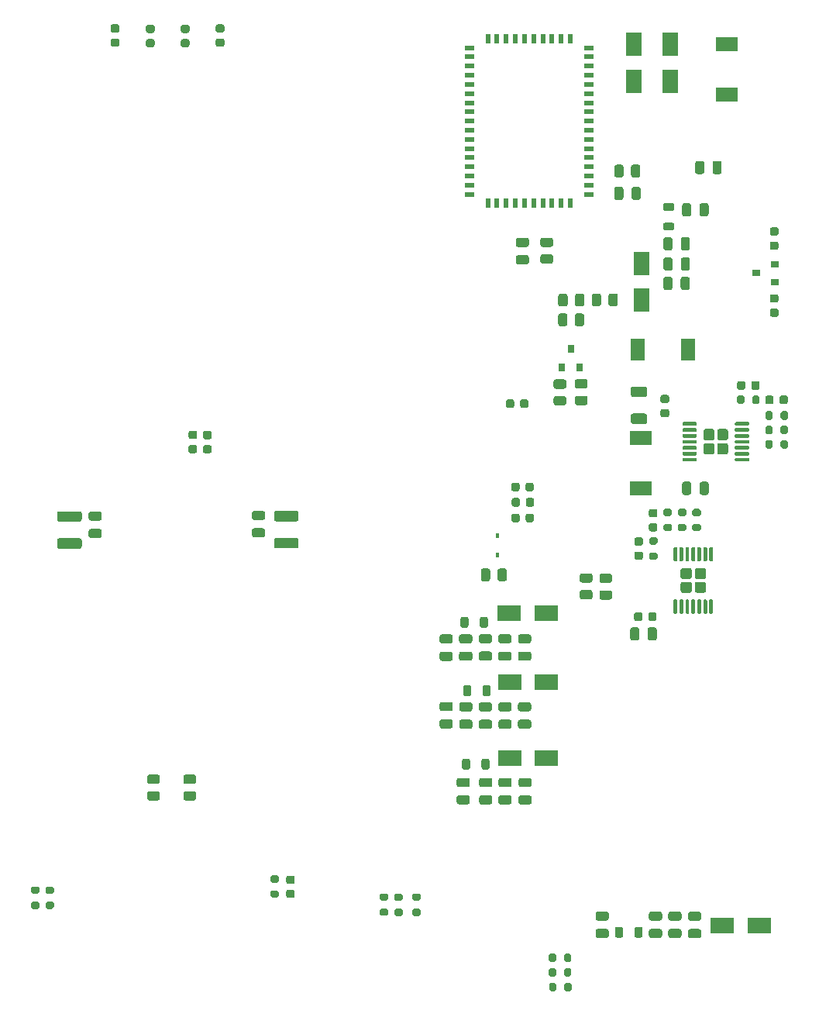
<source format=gbr>
G04 #@! TF.GenerationSoftware,KiCad,Pcbnew,5.1.9*
G04 #@! TF.CreationDate,2021-07-18T09:26:32+08:00*
G04 #@! TF.ProjectId,digital-amplifier2,64696769-7461-46c2-9d61-6d706c696669,rev?*
G04 #@! TF.SameCoordinates,Original*
G04 #@! TF.FileFunction,Paste,Bot*
G04 #@! TF.FilePolarity,Positive*
%FSLAX46Y46*%
G04 Gerber Fmt 4.6, Leading zero omitted, Abs format (unit mm)*
G04 Created by KiCad (PCBNEW 5.1.9) date 2021-07-18 09:26:32*
%MOMM*%
%LPD*%
G01*
G04 APERTURE LIST*
%ADD10R,0.450000X0.600000*%
%ADD11R,0.900000X0.800000*%
%ADD12R,2.500000X1.800000*%
%ADD13R,2.400000X1.500000*%
%ADD14R,1.000000X0.500000*%
%ADD15R,0.500000X1.000000*%
%ADD16R,0.800000X0.900000*%
%ADD17R,1.500000X2.400000*%
%ADD18R,1.800000X2.500000*%
G04 APERTURE END LIST*
G36*
G01*
X186313000Y-134188080D02*
X186813000Y-134188080D01*
G75*
G02*
X187038000Y-134413080I0J-225000D01*
G01*
X187038000Y-134863080D01*
G75*
G02*
X186813000Y-135088080I-225000J0D01*
G01*
X186313000Y-135088080D01*
G75*
G02*
X186088000Y-134863080I0J225000D01*
G01*
X186088000Y-134413080D01*
G75*
G02*
X186313000Y-134188080I225000J0D01*
G01*
G37*
G36*
G01*
X186313000Y-132638080D02*
X186813000Y-132638080D01*
G75*
G02*
X187038000Y-132863080I0J-225000D01*
G01*
X187038000Y-133313080D01*
G75*
G02*
X186813000Y-133538080I-225000J0D01*
G01*
X186313000Y-133538080D01*
G75*
G02*
X186088000Y-133313080I0J225000D01*
G01*
X186088000Y-132863080D01*
G75*
G02*
X186313000Y-132638080I225000J0D01*
G01*
G37*
G36*
G01*
X186813000Y-140853280D02*
X186313000Y-140853280D01*
G75*
G02*
X186088000Y-140628280I0J225000D01*
G01*
X186088000Y-140178280D01*
G75*
G02*
X186313000Y-139953280I225000J0D01*
G01*
X186813000Y-139953280D01*
G75*
G02*
X187038000Y-140178280I0J-225000D01*
G01*
X187038000Y-140628280D01*
G75*
G02*
X186813000Y-140853280I-225000J0D01*
G01*
G37*
G36*
G01*
X186813000Y-142403280D02*
X186313000Y-142403280D01*
G75*
G02*
X186088000Y-142178280I0J225000D01*
G01*
X186088000Y-141728280D01*
G75*
G02*
X186313000Y-141503280I225000J0D01*
G01*
X186813000Y-141503280D01*
G75*
G02*
X187038000Y-141728280I0J-225000D01*
G01*
X187038000Y-142178280D01*
G75*
G02*
X186813000Y-142403280I-225000J0D01*
G01*
G37*
G36*
G01*
X159407740Y-164621780D02*
X159407740Y-164121780D01*
G75*
G02*
X159632740Y-163896780I225000J0D01*
G01*
X160082740Y-163896780D01*
G75*
G02*
X160307740Y-164121780I0J-225000D01*
G01*
X160307740Y-164621780D01*
G75*
G02*
X160082740Y-164846780I-225000J0D01*
G01*
X159632740Y-164846780D01*
G75*
G02*
X159407740Y-164621780I0J225000D01*
G01*
G37*
G36*
G01*
X157857740Y-164621780D02*
X157857740Y-164121780D01*
G75*
G02*
X158082740Y-163896780I225000J0D01*
G01*
X158532740Y-163896780D01*
G75*
G02*
X158757740Y-164121780I0J-225000D01*
G01*
X158757740Y-164621780D01*
G75*
G02*
X158532740Y-164846780I-225000J0D01*
G01*
X158082740Y-164846780D01*
G75*
G02*
X157857740Y-164621780I0J225000D01*
G01*
G37*
G36*
G01*
X159387420Y-161248660D02*
X159387420Y-160748660D01*
G75*
G02*
X159612420Y-160523660I225000J0D01*
G01*
X160062420Y-160523660D01*
G75*
G02*
X160287420Y-160748660I0J-225000D01*
G01*
X160287420Y-161248660D01*
G75*
G02*
X160062420Y-161473660I-225000J0D01*
G01*
X159612420Y-161473660D01*
G75*
G02*
X159387420Y-161248660I0J225000D01*
G01*
G37*
G36*
G01*
X157837420Y-161248660D02*
X157837420Y-160748660D01*
G75*
G02*
X158062420Y-160523660I225000J0D01*
G01*
X158512420Y-160523660D01*
G75*
G02*
X158737420Y-160748660I0J-225000D01*
G01*
X158737420Y-161248660D01*
G75*
G02*
X158512420Y-161473660I-225000J0D01*
G01*
X158062420Y-161473660D01*
G75*
G02*
X157837420Y-161248660I0J225000D01*
G01*
G37*
G36*
G01*
X159430600Y-162914900D02*
X159430600Y-162414900D01*
G75*
G02*
X159655600Y-162189900I225000J0D01*
G01*
X160105600Y-162189900D01*
G75*
G02*
X160330600Y-162414900I0J-225000D01*
G01*
X160330600Y-162914900D01*
G75*
G02*
X160105600Y-163139900I-225000J0D01*
G01*
X159655600Y-163139900D01*
G75*
G02*
X159430600Y-162914900I0J225000D01*
G01*
G37*
G36*
G01*
X157880600Y-162914900D02*
X157880600Y-162414900D01*
G75*
G02*
X158105600Y-162189900I225000J0D01*
G01*
X158555600Y-162189900D01*
G75*
G02*
X158780600Y-162414900I0J-225000D01*
G01*
X158780600Y-162914900D01*
G75*
G02*
X158555600Y-163139900I-225000J0D01*
G01*
X158105600Y-163139900D01*
G75*
G02*
X157880600Y-162914900I0J225000D01*
G01*
G37*
G36*
G01*
X158800680Y-152152160D02*
X158800680Y-151652160D01*
G75*
G02*
X159025680Y-151427160I225000J0D01*
G01*
X159475680Y-151427160D01*
G75*
G02*
X159700680Y-151652160I0J-225000D01*
G01*
X159700680Y-152152160D01*
G75*
G02*
X159475680Y-152377160I-225000J0D01*
G01*
X159025680Y-152377160D01*
G75*
G02*
X158800680Y-152152160I0J225000D01*
G01*
G37*
G36*
G01*
X157250680Y-152152160D02*
X157250680Y-151652160D01*
G75*
G02*
X157475680Y-151427160I225000J0D01*
G01*
X157925680Y-151427160D01*
G75*
G02*
X158150680Y-151652160I0J-225000D01*
G01*
X158150680Y-152152160D01*
G75*
G02*
X157925680Y-152377160I-225000J0D01*
G01*
X157475680Y-152377160D01*
G75*
G02*
X157250680Y-152152160I0J225000D01*
G01*
G37*
G36*
G01*
X133455600Y-204988040D02*
X133955600Y-204988040D01*
G75*
G02*
X134180600Y-205213040I0J-225000D01*
G01*
X134180600Y-205663040D01*
G75*
G02*
X133955600Y-205888040I-225000J0D01*
G01*
X133455600Y-205888040D01*
G75*
G02*
X133230600Y-205663040I0J225000D01*
G01*
X133230600Y-205213040D01*
G75*
G02*
X133455600Y-204988040I225000J0D01*
G01*
G37*
G36*
G01*
X133455600Y-203438040D02*
X133955600Y-203438040D01*
G75*
G02*
X134180600Y-203663040I0J-225000D01*
G01*
X134180600Y-204113040D01*
G75*
G02*
X133955600Y-204338040I-225000J0D01*
G01*
X133455600Y-204338040D01*
G75*
G02*
X133230600Y-204113040I0J225000D01*
G01*
X133230600Y-203663040D01*
G75*
G02*
X133455600Y-203438040I225000J0D01*
G01*
G37*
G36*
G01*
X184063520Y-150155720D02*
X184063520Y-149655720D01*
G75*
G02*
X184288520Y-149430720I225000J0D01*
G01*
X184738520Y-149430720D01*
G75*
G02*
X184963520Y-149655720I0J-225000D01*
G01*
X184963520Y-150155720D01*
G75*
G02*
X184738520Y-150380720I-225000J0D01*
G01*
X184288520Y-150380720D01*
G75*
G02*
X184063520Y-150155720I0J225000D01*
G01*
G37*
G36*
G01*
X182513520Y-150155720D02*
X182513520Y-149655720D01*
G75*
G02*
X182738520Y-149430720I225000J0D01*
G01*
X183188520Y-149430720D01*
G75*
G02*
X183413520Y-149655720I0J-225000D01*
G01*
X183413520Y-150155720D01*
G75*
G02*
X183188520Y-150380720I-225000J0D01*
G01*
X182738520Y-150380720D01*
G75*
G02*
X182513520Y-150155720I0J225000D01*
G01*
G37*
G36*
G01*
X172004800Y-167396280D02*
X171504800Y-167396280D01*
G75*
G02*
X171279800Y-167171280I0J225000D01*
G01*
X171279800Y-166721280D01*
G75*
G02*
X171504800Y-166496280I225000J0D01*
G01*
X172004800Y-166496280D01*
G75*
G02*
X172229800Y-166721280I0J-225000D01*
G01*
X172229800Y-167171280D01*
G75*
G02*
X172004800Y-167396280I-225000J0D01*
G01*
G37*
G36*
G01*
X172004800Y-168946280D02*
X171504800Y-168946280D01*
G75*
G02*
X171279800Y-168721280I0J225000D01*
G01*
X171279800Y-168271280D01*
G75*
G02*
X171504800Y-168046280I225000J0D01*
G01*
X172004800Y-168046280D01*
G75*
G02*
X172229800Y-168271280I0J-225000D01*
G01*
X172229800Y-168721280D01*
G75*
G02*
X172004800Y-168946280I-225000J0D01*
G01*
G37*
G36*
G01*
X173579600Y-164297480D02*
X173079600Y-164297480D01*
G75*
G02*
X172854600Y-164072480I0J225000D01*
G01*
X172854600Y-163622480D01*
G75*
G02*
X173079600Y-163397480I225000J0D01*
G01*
X173579600Y-163397480D01*
G75*
G02*
X173804600Y-163622480I0J-225000D01*
G01*
X173804600Y-164072480D01*
G75*
G02*
X173579600Y-164297480I-225000J0D01*
G01*
G37*
G36*
G01*
X173579600Y-165847480D02*
X173079600Y-165847480D01*
G75*
G02*
X172854600Y-165622480I0J225000D01*
G01*
X172854600Y-165172480D01*
G75*
G02*
X173079600Y-164947480I225000J0D01*
G01*
X173579600Y-164947480D01*
G75*
G02*
X173804600Y-165172480I0J-225000D01*
G01*
X173804600Y-165622480D01*
G75*
G02*
X173579600Y-165847480I-225000J0D01*
G01*
G37*
G36*
G01*
X172153700Y-174913480D02*
X172153700Y-175413480D01*
G75*
G02*
X171928700Y-175638480I-225000J0D01*
G01*
X171478700Y-175638480D01*
G75*
G02*
X171253700Y-175413480I0J225000D01*
G01*
X171253700Y-174913480D01*
G75*
G02*
X171478700Y-174688480I225000J0D01*
G01*
X171928700Y-174688480D01*
G75*
G02*
X172153700Y-174913480I0J-225000D01*
G01*
G37*
G36*
G01*
X173703700Y-174913480D02*
X173703700Y-175413480D01*
G75*
G02*
X173478700Y-175638480I-225000J0D01*
G01*
X173028700Y-175638480D01*
G75*
G02*
X172803700Y-175413480I0J225000D01*
G01*
X172803700Y-174913480D01*
G75*
G02*
X173028700Y-174688480I225000J0D01*
G01*
X173478700Y-174688480D01*
G75*
G02*
X173703700Y-174913480I0J-225000D01*
G01*
G37*
G36*
G01*
X187149320Y-151730520D02*
X187149320Y-151230520D01*
G75*
G02*
X187374320Y-151005520I225000J0D01*
G01*
X187824320Y-151005520D01*
G75*
G02*
X188049320Y-151230520I0J-225000D01*
G01*
X188049320Y-151730520D01*
G75*
G02*
X187824320Y-151955520I-225000J0D01*
G01*
X187374320Y-151955520D01*
G75*
G02*
X187149320Y-151730520I0J225000D01*
G01*
G37*
G36*
G01*
X185599320Y-151730520D02*
X185599320Y-151230520D01*
G75*
G02*
X185824320Y-151005520I225000J0D01*
G01*
X186274320Y-151005520D01*
G75*
G02*
X186499320Y-151230520I0J-225000D01*
G01*
X186499320Y-151730520D01*
G75*
G02*
X186274320Y-151955520I-225000J0D01*
G01*
X185824320Y-151955520D01*
G75*
G02*
X185599320Y-151730520I0J225000D01*
G01*
G37*
G36*
G01*
X174859760Y-151831160D02*
X174359760Y-151831160D01*
G75*
G02*
X174134760Y-151606160I0J225000D01*
G01*
X174134760Y-151156160D01*
G75*
G02*
X174359760Y-150931160I225000J0D01*
G01*
X174859760Y-150931160D01*
G75*
G02*
X175084760Y-151156160I0J-225000D01*
G01*
X175084760Y-151606160D01*
G75*
G02*
X174859760Y-151831160I-225000J0D01*
G01*
G37*
G36*
G01*
X174859760Y-153381160D02*
X174359760Y-153381160D01*
G75*
G02*
X174134760Y-153156160I0J225000D01*
G01*
X174134760Y-152706160D01*
G75*
G02*
X174359760Y-152481160I225000J0D01*
G01*
X174859760Y-152481160D01*
G75*
G02*
X175084760Y-152706160I0J-225000D01*
G01*
X175084760Y-153156160D01*
G75*
G02*
X174859760Y-153381160I-225000J0D01*
G01*
G37*
G36*
G01*
X126259400Y-111358800D02*
X125759400Y-111358800D01*
G75*
G02*
X125534400Y-111133800I0J225000D01*
G01*
X125534400Y-110683800D01*
G75*
G02*
X125759400Y-110458800I225000J0D01*
G01*
X126259400Y-110458800D01*
G75*
G02*
X126484400Y-110683800I0J-225000D01*
G01*
X126484400Y-111133800D01*
G75*
G02*
X126259400Y-111358800I-225000J0D01*
G01*
G37*
G36*
G01*
X126259400Y-112908800D02*
X125759400Y-112908800D01*
G75*
G02*
X125534400Y-112683800I0J225000D01*
G01*
X125534400Y-112233800D01*
G75*
G02*
X125759400Y-112008800I225000J0D01*
G01*
X126259400Y-112008800D01*
G75*
G02*
X126484400Y-112233800I0J-225000D01*
G01*
X126484400Y-112683800D01*
G75*
G02*
X126259400Y-112908800I-225000J0D01*
G01*
G37*
G36*
G01*
X118639400Y-111409600D02*
X118139400Y-111409600D01*
G75*
G02*
X117914400Y-111184600I0J225000D01*
G01*
X117914400Y-110734600D01*
G75*
G02*
X118139400Y-110509600I225000J0D01*
G01*
X118639400Y-110509600D01*
G75*
G02*
X118864400Y-110734600I0J-225000D01*
G01*
X118864400Y-111184600D01*
G75*
G02*
X118639400Y-111409600I-225000J0D01*
G01*
G37*
G36*
G01*
X118639400Y-112959600D02*
X118139400Y-112959600D01*
G75*
G02*
X117914400Y-112734600I0J225000D01*
G01*
X117914400Y-112284600D01*
G75*
G02*
X118139400Y-112059600I225000J0D01*
G01*
X118639400Y-112059600D01*
G75*
G02*
X118864400Y-112284600I0J-225000D01*
G01*
X118864400Y-112734600D01*
G75*
G02*
X118639400Y-112959600I-225000J0D01*
G01*
G37*
G36*
G01*
X122449400Y-111409600D02*
X121949400Y-111409600D01*
G75*
G02*
X121724400Y-111184600I0J225000D01*
G01*
X121724400Y-110734600D01*
G75*
G02*
X121949400Y-110509600I225000J0D01*
G01*
X122449400Y-110509600D01*
G75*
G02*
X122674400Y-110734600I0J-225000D01*
G01*
X122674400Y-111184600D01*
G75*
G02*
X122449400Y-111409600I-225000J0D01*
G01*
G37*
G36*
G01*
X122449400Y-112959600D02*
X121949400Y-112959600D01*
G75*
G02*
X121724400Y-112734600I0J225000D01*
G01*
X121724400Y-112284600D01*
G75*
G02*
X121949400Y-112059600I225000J0D01*
G01*
X122449400Y-112059600D01*
G75*
G02*
X122674400Y-112284600I0J-225000D01*
G01*
X122674400Y-112734600D01*
G75*
G02*
X122449400Y-112959600I-225000J0D01*
G01*
G37*
G36*
G01*
X114778600Y-111358800D02*
X114278600Y-111358800D01*
G75*
G02*
X114053600Y-111133800I0J225000D01*
G01*
X114053600Y-110683800D01*
G75*
G02*
X114278600Y-110458800I225000J0D01*
G01*
X114778600Y-110458800D01*
G75*
G02*
X115003600Y-110683800I0J-225000D01*
G01*
X115003600Y-111133800D01*
G75*
G02*
X114778600Y-111358800I-225000J0D01*
G01*
G37*
G36*
G01*
X114778600Y-112908800D02*
X114278600Y-112908800D01*
G75*
G02*
X114053600Y-112683800I0J225000D01*
G01*
X114053600Y-112233800D01*
G75*
G02*
X114278600Y-112008800I225000J0D01*
G01*
X114778600Y-112008800D01*
G75*
G02*
X115003600Y-112233800I0J-225000D01*
G01*
X115003600Y-112683800D01*
G75*
G02*
X114778600Y-112908800I-225000J0D01*
G01*
G37*
G36*
G01*
X122782520Y-156408000D02*
X123282520Y-156408000D01*
G75*
G02*
X123507520Y-156633000I0J-225000D01*
G01*
X123507520Y-157083000D01*
G75*
G02*
X123282520Y-157308000I-225000J0D01*
G01*
X122782520Y-157308000D01*
G75*
G02*
X122557520Y-157083000I0J225000D01*
G01*
X122557520Y-156633000D01*
G75*
G02*
X122782520Y-156408000I225000J0D01*
G01*
G37*
G36*
G01*
X122782520Y-154858000D02*
X123282520Y-154858000D01*
G75*
G02*
X123507520Y-155083000I0J-225000D01*
G01*
X123507520Y-155533000D01*
G75*
G02*
X123282520Y-155758000I-225000J0D01*
G01*
X122782520Y-155758000D01*
G75*
G02*
X122557520Y-155533000I0J225000D01*
G01*
X122557520Y-155083000D01*
G75*
G02*
X122782520Y-154858000I225000J0D01*
G01*
G37*
G36*
G01*
X124370020Y-156420700D02*
X124870020Y-156420700D01*
G75*
G02*
X125095020Y-156645700I0J-225000D01*
G01*
X125095020Y-157095700D01*
G75*
G02*
X124870020Y-157320700I-225000J0D01*
G01*
X124370020Y-157320700D01*
G75*
G02*
X124145020Y-157095700I0J225000D01*
G01*
X124145020Y-156645700D01*
G75*
G02*
X124370020Y-156420700I225000J0D01*
G01*
G37*
G36*
G01*
X124370020Y-154870700D02*
X124870020Y-154870700D01*
G75*
G02*
X125095020Y-155095700I0J-225000D01*
G01*
X125095020Y-155545700D01*
G75*
G02*
X124870020Y-155770700I-225000J0D01*
G01*
X124370020Y-155770700D01*
G75*
G02*
X124145020Y-155545700I0J225000D01*
G01*
X124145020Y-155095700D01*
G75*
G02*
X124370020Y-154870700I225000J0D01*
G01*
G37*
G36*
G01*
X156333140Y-171046562D02*
X156333140Y-170146558D01*
G75*
G02*
X156583138Y-169896560I249998J0D01*
G01*
X157108142Y-169896560D01*
G75*
G02*
X157358140Y-170146558I0J-249998D01*
G01*
X157358140Y-171046562D01*
G75*
G02*
X157108142Y-171296560I-249998J0D01*
G01*
X156583138Y-171296560D01*
G75*
G02*
X156333140Y-171046562I0J249998D01*
G01*
G37*
G36*
G01*
X154508140Y-171046562D02*
X154508140Y-170146558D01*
G75*
G02*
X154758138Y-169896560I249998J0D01*
G01*
X155283142Y-169896560D01*
G75*
G02*
X155533140Y-170146558I0J-249998D01*
G01*
X155533140Y-171046562D01*
G75*
G02*
X155283142Y-171296560I-249998J0D01*
G01*
X154758138Y-171296560D01*
G75*
G02*
X154508140Y-171046562I0J249998D01*
G01*
G37*
D10*
X156314140Y-166292820D03*
X156314140Y-168392820D03*
D11*
X184597800Y-137642600D03*
X186597800Y-138592600D03*
X186597800Y-136692600D03*
D12*
X161672020Y-190576200D03*
X157672020Y-190576200D03*
G36*
G01*
X153149140Y-175386750D02*
X153149140Y-176149250D01*
G75*
G02*
X152930390Y-176368000I-218750J0D01*
G01*
X152492890Y-176368000D01*
G75*
G02*
X152274140Y-176149250I0J218750D01*
G01*
X152274140Y-175386750D01*
G75*
G02*
X152492890Y-175168000I218750J0D01*
G01*
X152930390Y-175168000D01*
G75*
G02*
X153149140Y-175386750I0J-218750D01*
G01*
G37*
G36*
G01*
X155274140Y-175386750D02*
X155274140Y-176149250D01*
G75*
G02*
X155055390Y-176368000I-218750J0D01*
G01*
X154617890Y-176368000D01*
G75*
G02*
X154399140Y-176149250I0J218750D01*
G01*
X154399140Y-175386750D01*
G75*
G02*
X154617890Y-175168000I218750J0D01*
G01*
X155055390Y-175168000D01*
G75*
G02*
X155274140Y-175386750I0J-218750D01*
G01*
G37*
G36*
G01*
X153443780Y-182859430D02*
X153443780Y-183621930D01*
G75*
G02*
X153225030Y-183840680I-218750J0D01*
G01*
X152787530Y-183840680D01*
G75*
G02*
X152568780Y-183621930I0J218750D01*
G01*
X152568780Y-182859430D01*
G75*
G02*
X152787530Y-182640680I218750J0D01*
G01*
X153225030Y-182640680D01*
G75*
G02*
X153443780Y-182859430I0J-218750D01*
G01*
G37*
G36*
G01*
X155568780Y-182859430D02*
X155568780Y-183621930D01*
G75*
G02*
X155350030Y-183840680I-218750J0D01*
G01*
X154912530Y-183840680D01*
G75*
G02*
X154693780Y-183621930I0J218750D01*
G01*
X154693780Y-182859430D01*
G75*
G02*
X154912530Y-182640680I218750J0D01*
G01*
X155350030Y-182640680D01*
G75*
G02*
X155568780Y-182859430I0J-218750D01*
G01*
G37*
X157626300Y-174812960D03*
X161626300Y-174812960D03*
X161687260Y-182285640D03*
X157687260Y-182285640D03*
G36*
G01*
X150240980Y-178986600D02*
X151190980Y-178986600D01*
G75*
G02*
X151440980Y-179236600I0J-250000D01*
G01*
X151440980Y-179736600D01*
G75*
G02*
X151190980Y-179986600I-250000J0D01*
G01*
X150240980Y-179986600D01*
G75*
G02*
X149990980Y-179736600I0J250000D01*
G01*
X149990980Y-179236600D01*
G75*
G02*
X150240980Y-178986600I250000J0D01*
G01*
G37*
G36*
G01*
X150240980Y-177086600D02*
X151190980Y-177086600D01*
G75*
G02*
X151440980Y-177336600I0J-250000D01*
G01*
X151440980Y-177836600D01*
G75*
G02*
X151190980Y-178086600I-250000J0D01*
G01*
X150240980Y-178086600D01*
G75*
G02*
X149990980Y-177836600I0J250000D01*
G01*
X149990980Y-177336600D01*
G75*
G02*
X150240980Y-177086600I250000J0D01*
G01*
G37*
G36*
G01*
X152387915Y-186410400D02*
X153337915Y-186410400D01*
G75*
G02*
X153587915Y-186660400I0J-250000D01*
G01*
X153587915Y-187160400D01*
G75*
G02*
X153337915Y-187410400I-250000J0D01*
G01*
X152387915Y-187410400D01*
G75*
G02*
X152137915Y-187160400I0J250000D01*
G01*
X152137915Y-186660400D01*
G75*
G02*
X152387915Y-186410400I250000J0D01*
G01*
G37*
G36*
G01*
X152387915Y-184510400D02*
X153337915Y-184510400D01*
G75*
G02*
X153587915Y-184760400I0J-250000D01*
G01*
X153587915Y-185260400D01*
G75*
G02*
X153337915Y-185510400I-250000J0D01*
G01*
X152387915Y-185510400D01*
G75*
G02*
X152137915Y-185260400I0J250000D01*
G01*
X152137915Y-184760400D01*
G75*
G02*
X152387915Y-184510400I250000J0D01*
G01*
G37*
G36*
G01*
X152378700Y-178975000D02*
X153328700Y-178975000D01*
G75*
G02*
X153578700Y-179225000I0J-250000D01*
G01*
X153578700Y-179725000D01*
G75*
G02*
X153328700Y-179975000I-250000J0D01*
G01*
X152378700Y-179975000D01*
G75*
G02*
X152128700Y-179725000I0J250000D01*
G01*
X152128700Y-179225000D01*
G75*
G02*
X152378700Y-178975000I250000J0D01*
G01*
G37*
G36*
G01*
X152378700Y-177075000D02*
X153328700Y-177075000D01*
G75*
G02*
X153578700Y-177325000I0J-250000D01*
G01*
X153578700Y-177825000D01*
G75*
G02*
X153328700Y-178075000I-250000J0D01*
G01*
X152378700Y-178075000D01*
G75*
G02*
X152128700Y-177825000I0J250000D01*
G01*
X152128700Y-177325000D01*
G75*
G02*
X152378700Y-177075000I250000J0D01*
G01*
G37*
G36*
G01*
X150246060Y-186372920D02*
X151196060Y-186372920D01*
G75*
G02*
X151446060Y-186622920I0J-250000D01*
G01*
X151446060Y-187122920D01*
G75*
G02*
X151196060Y-187372920I-250000J0D01*
G01*
X150246060Y-187372920D01*
G75*
G02*
X149996060Y-187122920I0J250000D01*
G01*
X149996060Y-186622920D01*
G75*
G02*
X150246060Y-186372920I250000J0D01*
G01*
G37*
G36*
G01*
X150246060Y-184472920D02*
X151196060Y-184472920D01*
G75*
G02*
X151446060Y-184722920I0J-250000D01*
G01*
X151446060Y-185222920D01*
G75*
G02*
X151196060Y-185472920I-250000J0D01*
G01*
X150246060Y-185472920D01*
G75*
G02*
X149996060Y-185222920I0J250000D01*
G01*
X149996060Y-184722920D01*
G75*
G02*
X150246060Y-184472920I250000J0D01*
G01*
G37*
G36*
G01*
X154538660Y-178961200D02*
X155488660Y-178961200D01*
G75*
G02*
X155738660Y-179211200I0J-250000D01*
G01*
X155738660Y-179711200D01*
G75*
G02*
X155488660Y-179961200I-250000J0D01*
G01*
X154538660Y-179961200D01*
G75*
G02*
X154288660Y-179711200I0J250000D01*
G01*
X154288660Y-179211200D01*
G75*
G02*
X154538660Y-178961200I250000J0D01*
G01*
G37*
G36*
G01*
X154538660Y-177061200D02*
X155488660Y-177061200D01*
G75*
G02*
X155738660Y-177311200I0J-250000D01*
G01*
X155738660Y-177811200D01*
G75*
G02*
X155488660Y-178061200I-250000J0D01*
G01*
X154538660Y-178061200D01*
G75*
G02*
X154288660Y-177811200I0J250000D01*
G01*
X154288660Y-177311200D01*
G75*
G02*
X154538660Y-177061200I250000J0D01*
G01*
G37*
G36*
G01*
X154529770Y-186408480D02*
X155479770Y-186408480D01*
G75*
G02*
X155729770Y-186658480I0J-250000D01*
G01*
X155729770Y-187158480D01*
G75*
G02*
X155479770Y-187408480I-250000J0D01*
G01*
X154529770Y-187408480D01*
G75*
G02*
X154279770Y-187158480I0J250000D01*
G01*
X154279770Y-186658480D01*
G75*
G02*
X154529770Y-186408480I250000J0D01*
G01*
G37*
G36*
G01*
X154529770Y-184508480D02*
X155479770Y-184508480D01*
G75*
G02*
X155729770Y-184758480I0J-250000D01*
G01*
X155729770Y-185258480D01*
G75*
G02*
X155479770Y-185508480I-250000J0D01*
G01*
X154529770Y-185508480D01*
G75*
G02*
X154279770Y-185258480I0J250000D01*
G01*
X154279770Y-184758480D01*
G75*
G02*
X154529770Y-184508480I250000J0D01*
G01*
G37*
G36*
G01*
X158818560Y-178973900D02*
X159768560Y-178973900D01*
G75*
G02*
X160018560Y-179223900I0J-250000D01*
G01*
X160018560Y-179723900D01*
G75*
G02*
X159768560Y-179973900I-250000J0D01*
G01*
X158818560Y-179973900D01*
G75*
G02*
X158568560Y-179723900I0J250000D01*
G01*
X158568560Y-179223900D01*
G75*
G02*
X158818560Y-178973900I250000J0D01*
G01*
G37*
G36*
G01*
X158818560Y-177073900D02*
X159768560Y-177073900D01*
G75*
G02*
X160018560Y-177323900I0J-250000D01*
G01*
X160018560Y-177823900D01*
G75*
G02*
X159768560Y-178073900I-250000J0D01*
G01*
X158818560Y-178073900D01*
G75*
G02*
X158568560Y-177823900I0J250000D01*
G01*
X158568560Y-177323900D01*
G75*
G02*
X158818560Y-177073900I250000J0D01*
G01*
G37*
G36*
G01*
X158813480Y-186408480D02*
X159763480Y-186408480D01*
G75*
G02*
X160013480Y-186658480I0J-250000D01*
G01*
X160013480Y-187158480D01*
G75*
G02*
X159763480Y-187408480I-250000J0D01*
G01*
X158813480Y-187408480D01*
G75*
G02*
X158563480Y-187158480I0J250000D01*
G01*
X158563480Y-186658480D01*
G75*
G02*
X158813480Y-186408480I250000J0D01*
G01*
G37*
G36*
G01*
X158813480Y-184508480D02*
X159763480Y-184508480D01*
G75*
G02*
X160013480Y-184758480I0J-250000D01*
G01*
X160013480Y-185258480D01*
G75*
G02*
X159763480Y-185508480I-250000J0D01*
G01*
X158813480Y-185508480D01*
G75*
G02*
X158563480Y-185258480I0J250000D01*
G01*
X158563480Y-184758480D01*
G75*
G02*
X158813480Y-184508480I250000J0D01*
G01*
G37*
G36*
G01*
X156659560Y-178973900D02*
X157609560Y-178973900D01*
G75*
G02*
X157859560Y-179223900I0J-250000D01*
G01*
X157859560Y-179723900D01*
G75*
G02*
X157609560Y-179973900I-250000J0D01*
G01*
X156659560Y-179973900D01*
G75*
G02*
X156409560Y-179723900I0J250000D01*
G01*
X156409560Y-179223900D01*
G75*
G02*
X156659560Y-178973900I250000J0D01*
G01*
G37*
G36*
G01*
X156659560Y-177073900D02*
X157609560Y-177073900D01*
G75*
G02*
X157859560Y-177323900I0J-250000D01*
G01*
X157859560Y-177823900D01*
G75*
G02*
X157609560Y-178073900I-250000J0D01*
G01*
X156659560Y-178073900D01*
G75*
G02*
X156409560Y-177823900I0J250000D01*
G01*
X156409560Y-177323900D01*
G75*
G02*
X156659560Y-177073900I250000J0D01*
G01*
G37*
G36*
G01*
X156671625Y-186408480D02*
X157621625Y-186408480D01*
G75*
G02*
X157871625Y-186658480I0J-250000D01*
G01*
X157871625Y-187158480D01*
G75*
G02*
X157621625Y-187408480I-250000J0D01*
G01*
X156671625Y-187408480D01*
G75*
G02*
X156421625Y-187158480I0J250000D01*
G01*
X156421625Y-186658480D01*
G75*
G02*
X156671625Y-186408480I250000J0D01*
G01*
G37*
G36*
G01*
X156671625Y-184508480D02*
X157621625Y-184508480D01*
G75*
G02*
X157871625Y-184758480I0J-250000D01*
G01*
X157871625Y-185258480D01*
G75*
G02*
X157621625Y-185508480I-250000J0D01*
G01*
X156671625Y-185508480D01*
G75*
G02*
X156421625Y-185258480I0J250000D01*
G01*
X156421625Y-184758480D01*
G75*
G02*
X156671625Y-184508480I250000J0D01*
G01*
G37*
G36*
G01*
X108450199Y-166595100D02*
X110650201Y-166595100D01*
G75*
G02*
X110900200Y-166845099I0J-249999D01*
G01*
X110900200Y-167495101D01*
G75*
G02*
X110650201Y-167745100I-249999J0D01*
G01*
X108450199Y-167745100D01*
G75*
G02*
X108200200Y-167495101I0J249999D01*
G01*
X108200200Y-166845099D01*
G75*
G02*
X108450199Y-166595100I249999J0D01*
G01*
G37*
G36*
G01*
X108450199Y-163645100D02*
X110650201Y-163645100D01*
G75*
G02*
X110900200Y-163895099I0J-249999D01*
G01*
X110900200Y-164545101D01*
G75*
G02*
X110650201Y-164795100I-249999J0D01*
G01*
X108450199Y-164795100D01*
G75*
G02*
X108200200Y-164545101I0J249999D01*
G01*
X108200200Y-163895099D01*
G75*
G02*
X108450199Y-163645100I249999J0D01*
G01*
G37*
G36*
G01*
X132148399Y-166551180D02*
X134348401Y-166551180D01*
G75*
G02*
X134598400Y-166801179I0J-249999D01*
G01*
X134598400Y-167451181D01*
G75*
G02*
X134348401Y-167701180I-249999J0D01*
G01*
X132148399Y-167701180D01*
G75*
G02*
X131898400Y-167451181I0J249999D01*
G01*
X131898400Y-166801179D01*
G75*
G02*
X132148399Y-166551180I249999J0D01*
G01*
G37*
G36*
G01*
X132148399Y-163601180D02*
X134348401Y-163601180D01*
G75*
G02*
X134598400Y-163851179I0J-249999D01*
G01*
X134598400Y-164501181D01*
G75*
G02*
X134348401Y-164751180I-249999J0D01*
G01*
X132148399Y-164751180D01*
G75*
G02*
X131898400Y-164501181I0J249999D01*
G01*
X131898400Y-163851179D01*
G75*
G02*
X132148399Y-163601180I249999J0D01*
G01*
G37*
G36*
G01*
X107671280Y-205431340D02*
X107121280Y-205431340D01*
G75*
G02*
X106921280Y-205231340I0J200000D01*
G01*
X106921280Y-204831340D01*
G75*
G02*
X107121280Y-204631340I200000J0D01*
G01*
X107671280Y-204631340D01*
G75*
G02*
X107871280Y-204831340I0J-200000D01*
G01*
X107871280Y-205231340D01*
G75*
G02*
X107671280Y-205431340I-200000J0D01*
G01*
G37*
G36*
G01*
X107671280Y-207081340D02*
X107121280Y-207081340D01*
G75*
G02*
X106921280Y-206881340I0J200000D01*
G01*
X106921280Y-206481340D01*
G75*
G02*
X107121280Y-206281340I200000J0D01*
G01*
X107671280Y-206281340D01*
G75*
G02*
X107871280Y-206481340I0J-200000D01*
G01*
X107871280Y-206881340D01*
G75*
G02*
X107671280Y-207081340I-200000J0D01*
G01*
G37*
G36*
G01*
X105546480Y-206281840D02*
X106096480Y-206281840D01*
G75*
G02*
X106296480Y-206481840I0J-200000D01*
G01*
X106296480Y-206881840D01*
G75*
G02*
X106096480Y-207081840I-200000J0D01*
G01*
X105546480Y-207081840D01*
G75*
G02*
X105346480Y-206881840I0J200000D01*
G01*
X105346480Y-206481840D01*
G75*
G02*
X105546480Y-206281840I200000J0D01*
G01*
G37*
G36*
G01*
X105546480Y-204631840D02*
X106096480Y-204631840D01*
G75*
G02*
X106296480Y-204831840I0J-200000D01*
G01*
X106296480Y-205231840D01*
G75*
G02*
X106096480Y-205431840I-200000J0D01*
G01*
X105546480Y-205431840D01*
G75*
G02*
X105346480Y-205231840I0J200000D01*
G01*
X105346480Y-204831840D01*
G75*
G02*
X105546480Y-204631840I200000J0D01*
G01*
G37*
G36*
G01*
X163594600Y-212695200D02*
X163594600Y-212145200D01*
G75*
G02*
X163794600Y-211945200I200000J0D01*
G01*
X164194600Y-211945200D01*
G75*
G02*
X164394600Y-212145200I0J-200000D01*
G01*
X164394600Y-212695200D01*
G75*
G02*
X164194600Y-212895200I-200000J0D01*
G01*
X163794600Y-212895200D01*
G75*
G02*
X163594600Y-212695200I0J200000D01*
G01*
G37*
G36*
G01*
X161944600Y-212695200D02*
X161944600Y-212145200D01*
G75*
G02*
X162144600Y-211945200I200000J0D01*
G01*
X162544600Y-211945200D01*
G75*
G02*
X162744600Y-212145200I0J-200000D01*
G01*
X162744600Y-212695200D01*
G75*
G02*
X162544600Y-212895200I-200000J0D01*
G01*
X162144600Y-212895200D01*
G75*
G02*
X161944600Y-212695200I0J200000D01*
G01*
G37*
G36*
G01*
X163607300Y-215882900D02*
X163607300Y-215332900D01*
G75*
G02*
X163807300Y-215132900I200000J0D01*
G01*
X164207300Y-215132900D01*
G75*
G02*
X164407300Y-215332900I0J-200000D01*
G01*
X164407300Y-215882900D01*
G75*
G02*
X164207300Y-216082900I-200000J0D01*
G01*
X163807300Y-216082900D01*
G75*
G02*
X163607300Y-215882900I0J200000D01*
G01*
G37*
G36*
G01*
X161957300Y-215882900D02*
X161957300Y-215332900D01*
G75*
G02*
X162157300Y-215132900I200000J0D01*
G01*
X162557300Y-215132900D01*
G75*
G02*
X162757300Y-215332900I0J-200000D01*
G01*
X162757300Y-215882900D01*
G75*
G02*
X162557300Y-216082900I-200000J0D01*
G01*
X162157300Y-216082900D01*
G75*
G02*
X161957300Y-215882900I0J200000D01*
G01*
G37*
G36*
G01*
X163594600Y-214282700D02*
X163594600Y-213732700D01*
G75*
G02*
X163794600Y-213532700I200000J0D01*
G01*
X164194600Y-213532700D01*
G75*
G02*
X164394600Y-213732700I0J-200000D01*
G01*
X164394600Y-214282700D01*
G75*
G02*
X164194600Y-214482700I-200000J0D01*
G01*
X163794600Y-214482700D01*
G75*
G02*
X163594600Y-214282700I0J200000D01*
G01*
G37*
G36*
G01*
X161944600Y-214282700D02*
X161944600Y-213732700D01*
G75*
G02*
X162144600Y-213532700I200000J0D01*
G01*
X162544600Y-213532700D01*
G75*
G02*
X162744600Y-213732700I0J-200000D01*
G01*
X162744600Y-214282700D01*
G75*
G02*
X162544600Y-214482700I-200000J0D01*
G01*
X162144600Y-214482700D01*
G75*
G02*
X161944600Y-214282700I0J200000D01*
G01*
G37*
G36*
G01*
X164773560Y-143185302D02*
X164773560Y-142285298D01*
G75*
G02*
X165023558Y-142035300I249998J0D01*
G01*
X165548562Y-142035300D01*
G75*
G02*
X165798560Y-142285298I0J-249998D01*
G01*
X165798560Y-143185302D01*
G75*
G02*
X165548562Y-143435300I-249998J0D01*
G01*
X165023558Y-143435300D01*
G75*
G02*
X164773560Y-143185302I0J249998D01*
G01*
G37*
G36*
G01*
X162948560Y-143185302D02*
X162948560Y-142285298D01*
G75*
G02*
X163198558Y-142035300I249998J0D01*
G01*
X163723562Y-142035300D01*
G75*
G02*
X163973560Y-142285298I0J-249998D01*
G01*
X163973560Y-143185302D01*
G75*
G02*
X163723562Y-143435300I-249998J0D01*
G01*
X163198558Y-143435300D01*
G75*
G02*
X162948560Y-143185302I0J249998D01*
G01*
G37*
G36*
G01*
X131703400Y-205062640D02*
X132253400Y-205062640D01*
G75*
G02*
X132453400Y-205262640I0J-200000D01*
G01*
X132453400Y-205662640D01*
G75*
G02*
X132253400Y-205862640I-200000J0D01*
G01*
X131703400Y-205862640D01*
G75*
G02*
X131503400Y-205662640I0J200000D01*
G01*
X131503400Y-205262640D01*
G75*
G02*
X131703400Y-205062640I200000J0D01*
G01*
G37*
G36*
G01*
X131703400Y-203412640D02*
X132253400Y-203412640D01*
G75*
G02*
X132453400Y-203612640I0J-200000D01*
G01*
X132453400Y-204012640D01*
G75*
G02*
X132253400Y-204212640I-200000J0D01*
G01*
X131703400Y-204212640D01*
G75*
G02*
X131503400Y-204012640I0J200000D01*
G01*
X131503400Y-203612640D01*
G75*
G02*
X131703400Y-203412640I200000J0D01*
G01*
G37*
G36*
G01*
X145776360Y-207846640D02*
X145226360Y-207846640D01*
G75*
G02*
X145026360Y-207646640I0J200000D01*
G01*
X145026360Y-207246640D01*
G75*
G02*
X145226360Y-207046640I200000J0D01*
G01*
X145776360Y-207046640D01*
G75*
G02*
X145976360Y-207246640I0J-200000D01*
G01*
X145976360Y-207646640D01*
G75*
G02*
X145776360Y-207846640I-200000J0D01*
G01*
G37*
G36*
G01*
X145776360Y-206196640D02*
X145226360Y-206196640D01*
G75*
G02*
X145026360Y-205996640I0J200000D01*
G01*
X145026360Y-205596640D01*
G75*
G02*
X145226360Y-205396640I200000J0D01*
G01*
X145776360Y-205396640D01*
G75*
G02*
X145976360Y-205596640I0J-200000D01*
G01*
X145976360Y-205996640D01*
G75*
G02*
X145776360Y-206196640I-200000J0D01*
G01*
G37*
G36*
G01*
X144206640Y-207831400D02*
X143656640Y-207831400D01*
G75*
G02*
X143456640Y-207631400I0J200000D01*
G01*
X143456640Y-207231400D01*
G75*
G02*
X143656640Y-207031400I200000J0D01*
G01*
X144206640Y-207031400D01*
G75*
G02*
X144406640Y-207231400I0J-200000D01*
G01*
X144406640Y-207631400D01*
G75*
G02*
X144206640Y-207831400I-200000J0D01*
G01*
G37*
G36*
G01*
X144206640Y-206181400D02*
X143656640Y-206181400D01*
G75*
G02*
X143456640Y-205981400I0J200000D01*
G01*
X143456640Y-205581400D01*
G75*
G02*
X143656640Y-205381400I200000J0D01*
G01*
X144206640Y-205381400D01*
G75*
G02*
X144406640Y-205581400I0J-200000D01*
G01*
X144406640Y-205981400D01*
G75*
G02*
X144206640Y-206181400I-200000J0D01*
G01*
G37*
G36*
G01*
X147757560Y-207841560D02*
X147207560Y-207841560D01*
G75*
G02*
X147007560Y-207641560I0J200000D01*
G01*
X147007560Y-207241560D01*
G75*
G02*
X147207560Y-207041560I200000J0D01*
G01*
X147757560Y-207041560D01*
G75*
G02*
X147957560Y-207241560I0J-200000D01*
G01*
X147957560Y-207641560D01*
G75*
G02*
X147757560Y-207841560I-200000J0D01*
G01*
G37*
G36*
G01*
X147757560Y-206191560D02*
X147207560Y-206191560D01*
G75*
G02*
X147007560Y-205991560I0J200000D01*
G01*
X147007560Y-205591560D01*
G75*
G02*
X147207560Y-205391560I200000J0D01*
G01*
X147757560Y-205391560D01*
G75*
G02*
X147957560Y-205591560I0J-200000D01*
G01*
X147957560Y-205991560D01*
G75*
G02*
X147757560Y-206191560I-200000J0D01*
G01*
G37*
G36*
G01*
X179824800Y-126570760D02*
X179824800Y-125620760D01*
G75*
G02*
X180074800Y-125370760I250000J0D01*
G01*
X180574800Y-125370760D01*
G75*
G02*
X180824800Y-125620760I0J-250000D01*
G01*
X180824800Y-126570760D01*
G75*
G02*
X180574800Y-126820760I-250000J0D01*
G01*
X180074800Y-126820760D01*
G75*
G02*
X179824800Y-126570760I0J250000D01*
G01*
G37*
G36*
G01*
X177924800Y-126570760D02*
X177924800Y-125620760D01*
G75*
G02*
X178174800Y-125370760I250000J0D01*
G01*
X178674800Y-125370760D01*
G75*
G02*
X178924800Y-125620760I0J-250000D01*
G01*
X178924800Y-126570760D01*
G75*
G02*
X178674800Y-126820760I-250000J0D01*
G01*
X178174800Y-126820760D01*
G75*
G02*
X177924800Y-126570760I0J250000D01*
G01*
G37*
G36*
G01*
X171135279Y-152969800D02*
X172435281Y-152969800D01*
G75*
G02*
X172685280Y-153219799I0J-249999D01*
G01*
X172685280Y-153869801D01*
G75*
G02*
X172435281Y-154119800I-249999J0D01*
G01*
X171135279Y-154119800D01*
G75*
G02*
X170885280Y-153869801I0J249999D01*
G01*
X170885280Y-153219799D01*
G75*
G02*
X171135279Y-152969800I249999J0D01*
G01*
G37*
G36*
G01*
X171135279Y-150019800D02*
X172435281Y-150019800D01*
G75*
G02*
X172685280Y-150269799I0J-249999D01*
G01*
X172685280Y-150919801D01*
G75*
G02*
X172435281Y-151169800I-249999J0D01*
G01*
X171135279Y-151169800D01*
G75*
G02*
X170885280Y-150919801I0J249999D01*
G01*
X170885280Y-150269799D01*
G75*
G02*
X171135279Y-150019800I249999J0D01*
G01*
G37*
G36*
G01*
X174654800Y-165022080D02*
X175204800Y-165022080D01*
G75*
G02*
X175404800Y-165222080I0J-200000D01*
G01*
X175404800Y-165622080D01*
G75*
G02*
X175204800Y-165822080I-200000J0D01*
G01*
X174654800Y-165822080D01*
G75*
G02*
X174454800Y-165622080I0J200000D01*
G01*
X174454800Y-165222080D01*
G75*
G02*
X174654800Y-165022080I200000J0D01*
G01*
G37*
G36*
G01*
X174654800Y-163372080D02*
X175204800Y-163372080D01*
G75*
G02*
X175404800Y-163572080I0J-200000D01*
G01*
X175404800Y-163972080D01*
G75*
G02*
X175204800Y-164172080I-200000J0D01*
G01*
X174654800Y-164172080D01*
G75*
G02*
X174454800Y-163972080I0J200000D01*
G01*
X174454800Y-163572080D01*
G75*
G02*
X174654800Y-163372080I200000J0D01*
G01*
G37*
G36*
G01*
X176779600Y-164172080D02*
X176229600Y-164172080D01*
G75*
G02*
X176029600Y-163972080I0J200000D01*
G01*
X176029600Y-163572080D01*
G75*
G02*
X176229600Y-163372080I200000J0D01*
G01*
X176779600Y-163372080D01*
G75*
G02*
X176979600Y-163572080I0J-200000D01*
G01*
X176979600Y-163972080D01*
G75*
G02*
X176779600Y-164172080I-200000J0D01*
G01*
G37*
G36*
G01*
X176779600Y-165822080D02*
X176229600Y-165822080D01*
G75*
G02*
X176029600Y-165622080I0J200000D01*
G01*
X176029600Y-165222080D01*
G75*
G02*
X176229600Y-165022080I200000J0D01*
G01*
X176779600Y-165022080D01*
G75*
G02*
X176979600Y-165222080I0J-200000D01*
G01*
X176979600Y-165622080D01*
G75*
G02*
X176779600Y-165822080I-200000J0D01*
G01*
G37*
G36*
G01*
X173630000Y-167284080D02*
X173080000Y-167284080D01*
G75*
G02*
X172880000Y-167084080I0J200000D01*
G01*
X172880000Y-166684080D01*
G75*
G02*
X173080000Y-166484080I200000J0D01*
G01*
X173630000Y-166484080D01*
G75*
G02*
X173830000Y-166684080I0J-200000D01*
G01*
X173830000Y-167084080D01*
G75*
G02*
X173630000Y-167284080I-200000J0D01*
G01*
G37*
G36*
G01*
X173630000Y-168934080D02*
X173080000Y-168934080D01*
G75*
G02*
X172880000Y-168734080I0J200000D01*
G01*
X172880000Y-168334080D01*
G75*
G02*
X173080000Y-168134080I200000J0D01*
G01*
X173630000Y-168134080D01*
G75*
G02*
X173830000Y-168334080I0J-200000D01*
G01*
X173830000Y-168734080D01*
G75*
G02*
X173630000Y-168934080I-200000J0D01*
G01*
G37*
G36*
G01*
X178354400Y-164172080D02*
X177804400Y-164172080D01*
G75*
G02*
X177604400Y-163972080I0J200000D01*
G01*
X177604400Y-163572080D01*
G75*
G02*
X177804400Y-163372080I200000J0D01*
G01*
X178354400Y-163372080D01*
G75*
G02*
X178554400Y-163572080I0J-200000D01*
G01*
X178554400Y-163972080D01*
G75*
G02*
X178354400Y-164172080I-200000J0D01*
G01*
G37*
G36*
G01*
X178354400Y-165822080D02*
X177804400Y-165822080D01*
G75*
G02*
X177604400Y-165622080I0J200000D01*
G01*
X177604400Y-165222080D01*
G75*
G02*
X177804400Y-165022080I200000J0D01*
G01*
X178354400Y-165022080D01*
G75*
G02*
X178554400Y-165222080I0J-200000D01*
G01*
X178554400Y-165622080D01*
G75*
G02*
X178354400Y-165822080I-200000J0D01*
G01*
G37*
G36*
G01*
X186412320Y-152907320D02*
X186412320Y-153457320D01*
G75*
G02*
X186212320Y-153657320I-200000J0D01*
G01*
X185812320Y-153657320D01*
G75*
G02*
X185612320Y-153457320I0J200000D01*
G01*
X185612320Y-152907320D01*
G75*
G02*
X185812320Y-152707320I200000J0D01*
G01*
X186212320Y-152707320D01*
G75*
G02*
X186412320Y-152907320I0J-200000D01*
G01*
G37*
G36*
G01*
X188062320Y-152907320D02*
X188062320Y-153457320D01*
G75*
G02*
X187862320Y-153657320I-200000J0D01*
G01*
X187462320Y-153657320D01*
G75*
G02*
X187262320Y-153457320I0J200000D01*
G01*
X187262320Y-152907320D01*
G75*
G02*
X187462320Y-152707320I200000J0D01*
G01*
X187862320Y-152707320D01*
G75*
G02*
X188062320Y-152907320I0J-200000D01*
G01*
G37*
G36*
G01*
X187250120Y-155032120D02*
X187250120Y-154482120D01*
G75*
G02*
X187450120Y-154282120I200000J0D01*
G01*
X187850120Y-154282120D01*
G75*
G02*
X188050120Y-154482120I0J-200000D01*
G01*
X188050120Y-155032120D01*
G75*
G02*
X187850120Y-155232120I-200000J0D01*
G01*
X187450120Y-155232120D01*
G75*
G02*
X187250120Y-155032120I0J200000D01*
G01*
G37*
G36*
G01*
X185600120Y-155032120D02*
X185600120Y-154482120D01*
G75*
G02*
X185800120Y-154282120I200000J0D01*
G01*
X186200120Y-154282120D01*
G75*
G02*
X186400120Y-154482120I0J-200000D01*
G01*
X186400120Y-155032120D01*
G75*
G02*
X186200120Y-155232120I-200000J0D01*
G01*
X185800120Y-155232120D01*
G75*
G02*
X185600120Y-155032120I0J200000D01*
G01*
G37*
G36*
G01*
X184163520Y-151755520D02*
X184163520Y-151205520D01*
G75*
G02*
X184363520Y-151005520I200000J0D01*
G01*
X184763520Y-151005520D01*
G75*
G02*
X184963520Y-151205520I0J-200000D01*
G01*
X184963520Y-151755520D01*
G75*
G02*
X184763520Y-151955520I-200000J0D01*
G01*
X184363520Y-151955520D01*
G75*
G02*
X184163520Y-151755520I0J200000D01*
G01*
G37*
G36*
G01*
X182513520Y-151755520D02*
X182513520Y-151205520D01*
G75*
G02*
X182713520Y-151005520I200000J0D01*
G01*
X183113520Y-151005520D01*
G75*
G02*
X183313520Y-151205520I0J-200000D01*
G01*
X183313520Y-151755520D01*
G75*
G02*
X183113520Y-151955520I-200000J0D01*
G01*
X182713520Y-151955520D01*
G75*
G02*
X182513520Y-151755520I0J200000D01*
G01*
G37*
G36*
G01*
X187262320Y-156606920D02*
X187262320Y-156056920D01*
G75*
G02*
X187462320Y-155856920I200000J0D01*
G01*
X187862320Y-155856920D01*
G75*
G02*
X188062320Y-156056920I0J-200000D01*
G01*
X188062320Y-156606920D01*
G75*
G02*
X187862320Y-156806920I-200000J0D01*
G01*
X187462320Y-156806920D01*
G75*
G02*
X187262320Y-156606920I0J200000D01*
G01*
G37*
G36*
G01*
X185612320Y-156606920D02*
X185612320Y-156056920D01*
G75*
G02*
X185812320Y-155856920I200000J0D01*
G01*
X186212320Y-155856920D01*
G75*
G02*
X186412320Y-156056920I0J-200000D01*
G01*
X186412320Y-156606920D01*
G75*
G02*
X186212320Y-156806920I-200000J0D01*
G01*
X185812320Y-156806920D01*
G75*
G02*
X185612320Y-156606920I0J200000D01*
G01*
G37*
D13*
X181350920Y-118132040D03*
X181350920Y-112632040D03*
G36*
G01*
X177323800Y-171056080D02*
X176573800Y-171056080D01*
G75*
G02*
X176323800Y-170806080I0J250000D01*
G01*
X176323800Y-170096080D01*
G75*
G02*
X176573800Y-169846080I250000J0D01*
G01*
X177323800Y-169846080D01*
G75*
G02*
X177573800Y-170096080I0J-250000D01*
G01*
X177573800Y-170806080D01*
G75*
G02*
X177323800Y-171056080I-250000J0D01*
G01*
G37*
G36*
G01*
X178873800Y-171056080D02*
X178123800Y-171056080D01*
G75*
G02*
X177873800Y-170806080I0J250000D01*
G01*
X177873800Y-170096080D01*
G75*
G02*
X178123800Y-169846080I250000J0D01*
G01*
X178873800Y-169846080D01*
G75*
G02*
X179123800Y-170096080I0J-250000D01*
G01*
X179123800Y-170806080D01*
G75*
G02*
X178873800Y-171056080I-250000J0D01*
G01*
G37*
G36*
G01*
X177323800Y-172556080D02*
X176573800Y-172556080D01*
G75*
G02*
X176323800Y-172306080I0J250000D01*
G01*
X176323800Y-171596080D01*
G75*
G02*
X176573800Y-171346080I250000J0D01*
G01*
X177323800Y-171346080D01*
G75*
G02*
X177573800Y-171596080I0J-250000D01*
G01*
X177573800Y-172306080D01*
G75*
G02*
X177323800Y-172556080I-250000J0D01*
G01*
G37*
G36*
G01*
X178873800Y-172556080D02*
X178123800Y-172556080D01*
G75*
G02*
X177873800Y-172306080I0J250000D01*
G01*
X177873800Y-171596080D01*
G75*
G02*
X178123800Y-171346080I250000J0D01*
G01*
X178873800Y-171346080D01*
G75*
G02*
X179123800Y-171596080I0J-250000D01*
G01*
X179123800Y-172306080D01*
G75*
G02*
X178873800Y-172556080I-250000J0D01*
G01*
G37*
G36*
G01*
X179773800Y-169126080D02*
X179573800Y-169126080D01*
G75*
G02*
X179473800Y-169026080I0J100000D01*
G01*
X179473800Y-167651080D01*
G75*
G02*
X179573800Y-167551080I100000J0D01*
G01*
X179773800Y-167551080D01*
G75*
G02*
X179873800Y-167651080I0J-100000D01*
G01*
X179873800Y-169026080D01*
G75*
G02*
X179773800Y-169126080I-100000J0D01*
G01*
G37*
G36*
G01*
X179123800Y-169126080D02*
X178923800Y-169126080D01*
G75*
G02*
X178823800Y-169026080I0J100000D01*
G01*
X178823800Y-167651080D01*
G75*
G02*
X178923800Y-167551080I100000J0D01*
G01*
X179123800Y-167551080D01*
G75*
G02*
X179223800Y-167651080I0J-100000D01*
G01*
X179223800Y-169026080D01*
G75*
G02*
X179123800Y-169126080I-100000J0D01*
G01*
G37*
G36*
G01*
X178473800Y-169126080D02*
X178273800Y-169126080D01*
G75*
G02*
X178173800Y-169026080I0J100000D01*
G01*
X178173800Y-167651080D01*
G75*
G02*
X178273800Y-167551080I100000J0D01*
G01*
X178473800Y-167551080D01*
G75*
G02*
X178573800Y-167651080I0J-100000D01*
G01*
X178573800Y-169026080D01*
G75*
G02*
X178473800Y-169126080I-100000J0D01*
G01*
G37*
G36*
G01*
X177823800Y-169126080D02*
X177623800Y-169126080D01*
G75*
G02*
X177523800Y-169026080I0J100000D01*
G01*
X177523800Y-167651080D01*
G75*
G02*
X177623800Y-167551080I100000J0D01*
G01*
X177823800Y-167551080D01*
G75*
G02*
X177923800Y-167651080I0J-100000D01*
G01*
X177923800Y-169026080D01*
G75*
G02*
X177823800Y-169126080I-100000J0D01*
G01*
G37*
G36*
G01*
X177173800Y-169126080D02*
X176973800Y-169126080D01*
G75*
G02*
X176873800Y-169026080I0J100000D01*
G01*
X176873800Y-167651080D01*
G75*
G02*
X176973800Y-167551080I100000J0D01*
G01*
X177173800Y-167551080D01*
G75*
G02*
X177273800Y-167651080I0J-100000D01*
G01*
X177273800Y-169026080D01*
G75*
G02*
X177173800Y-169126080I-100000J0D01*
G01*
G37*
G36*
G01*
X176523800Y-169126080D02*
X176323800Y-169126080D01*
G75*
G02*
X176223800Y-169026080I0J100000D01*
G01*
X176223800Y-167651080D01*
G75*
G02*
X176323800Y-167551080I100000J0D01*
G01*
X176523800Y-167551080D01*
G75*
G02*
X176623800Y-167651080I0J-100000D01*
G01*
X176623800Y-169026080D01*
G75*
G02*
X176523800Y-169126080I-100000J0D01*
G01*
G37*
G36*
G01*
X175873800Y-169126080D02*
X175673800Y-169126080D01*
G75*
G02*
X175573800Y-169026080I0J100000D01*
G01*
X175573800Y-167651080D01*
G75*
G02*
X175673800Y-167551080I100000J0D01*
G01*
X175873800Y-167551080D01*
G75*
G02*
X175973800Y-167651080I0J-100000D01*
G01*
X175973800Y-169026080D01*
G75*
G02*
X175873800Y-169126080I-100000J0D01*
G01*
G37*
G36*
G01*
X175873800Y-174851080D02*
X175673800Y-174851080D01*
G75*
G02*
X175573800Y-174751080I0J100000D01*
G01*
X175573800Y-173376080D01*
G75*
G02*
X175673800Y-173276080I100000J0D01*
G01*
X175873800Y-173276080D01*
G75*
G02*
X175973800Y-173376080I0J-100000D01*
G01*
X175973800Y-174751080D01*
G75*
G02*
X175873800Y-174851080I-100000J0D01*
G01*
G37*
G36*
G01*
X176523800Y-174851080D02*
X176323800Y-174851080D01*
G75*
G02*
X176223800Y-174751080I0J100000D01*
G01*
X176223800Y-173376080D01*
G75*
G02*
X176323800Y-173276080I100000J0D01*
G01*
X176523800Y-173276080D01*
G75*
G02*
X176623800Y-173376080I0J-100000D01*
G01*
X176623800Y-174751080D01*
G75*
G02*
X176523800Y-174851080I-100000J0D01*
G01*
G37*
G36*
G01*
X177173800Y-174851080D02*
X176973800Y-174851080D01*
G75*
G02*
X176873800Y-174751080I0J100000D01*
G01*
X176873800Y-173376080D01*
G75*
G02*
X176973800Y-173276080I100000J0D01*
G01*
X177173800Y-173276080D01*
G75*
G02*
X177273800Y-173376080I0J-100000D01*
G01*
X177273800Y-174751080D01*
G75*
G02*
X177173800Y-174851080I-100000J0D01*
G01*
G37*
G36*
G01*
X177823800Y-174851080D02*
X177623800Y-174851080D01*
G75*
G02*
X177523800Y-174751080I0J100000D01*
G01*
X177523800Y-173376080D01*
G75*
G02*
X177623800Y-173276080I100000J0D01*
G01*
X177823800Y-173276080D01*
G75*
G02*
X177923800Y-173376080I0J-100000D01*
G01*
X177923800Y-174751080D01*
G75*
G02*
X177823800Y-174851080I-100000J0D01*
G01*
G37*
G36*
G01*
X178473800Y-174851080D02*
X178273800Y-174851080D01*
G75*
G02*
X178173800Y-174751080I0J100000D01*
G01*
X178173800Y-173376080D01*
G75*
G02*
X178273800Y-173276080I100000J0D01*
G01*
X178473800Y-173276080D01*
G75*
G02*
X178573800Y-173376080I0J-100000D01*
G01*
X178573800Y-174751080D01*
G75*
G02*
X178473800Y-174851080I-100000J0D01*
G01*
G37*
G36*
G01*
X179123800Y-174851080D02*
X178923800Y-174851080D01*
G75*
G02*
X178823800Y-174751080I0J100000D01*
G01*
X178823800Y-173376080D01*
G75*
G02*
X178923800Y-173276080I100000J0D01*
G01*
X179123800Y-173276080D01*
G75*
G02*
X179223800Y-173376080I0J-100000D01*
G01*
X179223800Y-174751080D01*
G75*
G02*
X179123800Y-174851080I-100000J0D01*
G01*
G37*
G36*
G01*
X179773800Y-174851080D02*
X179573800Y-174851080D01*
G75*
G02*
X179473800Y-174751080I0J100000D01*
G01*
X179473800Y-173376080D01*
G75*
G02*
X179573800Y-173276080I100000J0D01*
G01*
X179773800Y-173276080D01*
G75*
G02*
X179873800Y-173376080I0J-100000D01*
G01*
X179873800Y-174751080D01*
G75*
G02*
X179773800Y-174851080I-100000J0D01*
G01*
G37*
D14*
X166278560Y-113024160D03*
X166278560Y-114024160D03*
X166278560Y-115024160D03*
X166278560Y-116024160D03*
X166278560Y-117024160D03*
X166278560Y-118024160D03*
X166278560Y-119024160D03*
X166278560Y-120024160D03*
X166278560Y-121024160D03*
X166278560Y-122024160D03*
X166278560Y-123024160D03*
X166278560Y-124024160D03*
X166278560Y-125024160D03*
X166278560Y-126024160D03*
X166278560Y-127024160D03*
X166278560Y-128024160D03*
X166278560Y-129024160D03*
D15*
X164278560Y-130024160D03*
X163278560Y-130024160D03*
X162278560Y-130024160D03*
X161278560Y-130024160D03*
X160278560Y-130024160D03*
X159278560Y-130024160D03*
X158278560Y-130024160D03*
X157278560Y-130024160D03*
X156278560Y-130024160D03*
X155278560Y-130024160D03*
X155278560Y-112024160D03*
X162278560Y-112024160D03*
X159278560Y-112024160D03*
X161278560Y-112024160D03*
X156278560Y-112024160D03*
X160278560Y-112024160D03*
X163278560Y-112024160D03*
X158278560Y-112024160D03*
X157278560Y-112024160D03*
X164278560Y-112024160D03*
D14*
X153278560Y-124024160D03*
X153278560Y-128024160D03*
X153278560Y-116024160D03*
X153278560Y-117024160D03*
X153278560Y-114024160D03*
X153278560Y-119024160D03*
X153278560Y-123024160D03*
X153278560Y-126024160D03*
X153278560Y-115024160D03*
X153278560Y-127024160D03*
X153278560Y-118024160D03*
X153278560Y-120024160D03*
X153278560Y-113024160D03*
X153278560Y-121024160D03*
X153278560Y-122024160D03*
X153278560Y-129024160D03*
X153278560Y-125024160D03*
G36*
G01*
X180327520Y-155652520D02*
X180327520Y-154902520D01*
G75*
G02*
X180577520Y-154652520I250000J0D01*
G01*
X181287520Y-154652520D01*
G75*
G02*
X181537520Y-154902520I0J-250000D01*
G01*
X181537520Y-155652520D01*
G75*
G02*
X181287520Y-155902520I-250000J0D01*
G01*
X180577520Y-155902520D01*
G75*
G02*
X180327520Y-155652520I0J250000D01*
G01*
G37*
G36*
G01*
X180327520Y-157202520D02*
X180327520Y-156452520D01*
G75*
G02*
X180577520Y-156202520I250000J0D01*
G01*
X181287520Y-156202520D01*
G75*
G02*
X181537520Y-156452520I0J-250000D01*
G01*
X181537520Y-157202520D01*
G75*
G02*
X181287520Y-157452520I-250000J0D01*
G01*
X180577520Y-157452520D01*
G75*
G02*
X180327520Y-157202520I0J250000D01*
G01*
G37*
G36*
G01*
X178827520Y-155652520D02*
X178827520Y-154902520D01*
G75*
G02*
X179077520Y-154652520I250000J0D01*
G01*
X179787520Y-154652520D01*
G75*
G02*
X180037520Y-154902520I0J-250000D01*
G01*
X180037520Y-155652520D01*
G75*
G02*
X179787520Y-155902520I-250000J0D01*
G01*
X179077520Y-155902520D01*
G75*
G02*
X178827520Y-155652520I0J250000D01*
G01*
G37*
G36*
G01*
X178827520Y-157202520D02*
X178827520Y-156452520D01*
G75*
G02*
X179077520Y-156202520I250000J0D01*
G01*
X179787520Y-156202520D01*
G75*
G02*
X180037520Y-156452520I0J-250000D01*
G01*
X180037520Y-157202520D01*
G75*
G02*
X179787520Y-157452520I-250000J0D01*
G01*
X179077520Y-157452520D01*
G75*
G02*
X178827520Y-157202520I0J250000D01*
G01*
G37*
G36*
G01*
X182257520Y-158102520D02*
X182257520Y-157902520D01*
G75*
G02*
X182357520Y-157802520I100000J0D01*
G01*
X183732520Y-157802520D01*
G75*
G02*
X183832520Y-157902520I0J-100000D01*
G01*
X183832520Y-158102520D01*
G75*
G02*
X183732520Y-158202520I-100000J0D01*
G01*
X182357520Y-158202520D01*
G75*
G02*
X182257520Y-158102520I0J100000D01*
G01*
G37*
G36*
G01*
X182257520Y-157452520D02*
X182257520Y-157252520D01*
G75*
G02*
X182357520Y-157152520I100000J0D01*
G01*
X183732520Y-157152520D01*
G75*
G02*
X183832520Y-157252520I0J-100000D01*
G01*
X183832520Y-157452520D01*
G75*
G02*
X183732520Y-157552520I-100000J0D01*
G01*
X182357520Y-157552520D01*
G75*
G02*
X182257520Y-157452520I0J100000D01*
G01*
G37*
G36*
G01*
X182257520Y-156802520D02*
X182257520Y-156602520D01*
G75*
G02*
X182357520Y-156502520I100000J0D01*
G01*
X183732520Y-156502520D01*
G75*
G02*
X183832520Y-156602520I0J-100000D01*
G01*
X183832520Y-156802520D01*
G75*
G02*
X183732520Y-156902520I-100000J0D01*
G01*
X182357520Y-156902520D01*
G75*
G02*
X182257520Y-156802520I0J100000D01*
G01*
G37*
G36*
G01*
X182257520Y-156152520D02*
X182257520Y-155952520D01*
G75*
G02*
X182357520Y-155852520I100000J0D01*
G01*
X183732520Y-155852520D01*
G75*
G02*
X183832520Y-155952520I0J-100000D01*
G01*
X183832520Y-156152520D01*
G75*
G02*
X183732520Y-156252520I-100000J0D01*
G01*
X182357520Y-156252520D01*
G75*
G02*
X182257520Y-156152520I0J100000D01*
G01*
G37*
G36*
G01*
X182257520Y-155502520D02*
X182257520Y-155302520D01*
G75*
G02*
X182357520Y-155202520I100000J0D01*
G01*
X183732520Y-155202520D01*
G75*
G02*
X183832520Y-155302520I0J-100000D01*
G01*
X183832520Y-155502520D01*
G75*
G02*
X183732520Y-155602520I-100000J0D01*
G01*
X182357520Y-155602520D01*
G75*
G02*
X182257520Y-155502520I0J100000D01*
G01*
G37*
G36*
G01*
X182257520Y-154852520D02*
X182257520Y-154652520D01*
G75*
G02*
X182357520Y-154552520I100000J0D01*
G01*
X183732520Y-154552520D01*
G75*
G02*
X183832520Y-154652520I0J-100000D01*
G01*
X183832520Y-154852520D01*
G75*
G02*
X183732520Y-154952520I-100000J0D01*
G01*
X182357520Y-154952520D01*
G75*
G02*
X182257520Y-154852520I0J100000D01*
G01*
G37*
G36*
G01*
X182257520Y-154202520D02*
X182257520Y-154002520D01*
G75*
G02*
X182357520Y-153902520I100000J0D01*
G01*
X183732520Y-153902520D01*
G75*
G02*
X183832520Y-154002520I0J-100000D01*
G01*
X183832520Y-154202520D01*
G75*
G02*
X183732520Y-154302520I-100000J0D01*
G01*
X182357520Y-154302520D01*
G75*
G02*
X182257520Y-154202520I0J100000D01*
G01*
G37*
G36*
G01*
X176532520Y-154202520D02*
X176532520Y-154002520D01*
G75*
G02*
X176632520Y-153902520I100000J0D01*
G01*
X178007520Y-153902520D01*
G75*
G02*
X178107520Y-154002520I0J-100000D01*
G01*
X178107520Y-154202520D01*
G75*
G02*
X178007520Y-154302520I-100000J0D01*
G01*
X176632520Y-154302520D01*
G75*
G02*
X176532520Y-154202520I0J100000D01*
G01*
G37*
G36*
G01*
X176532520Y-154852520D02*
X176532520Y-154652520D01*
G75*
G02*
X176632520Y-154552520I100000J0D01*
G01*
X178007520Y-154552520D01*
G75*
G02*
X178107520Y-154652520I0J-100000D01*
G01*
X178107520Y-154852520D01*
G75*
G02*
X178007520Y-154952520I-100000J0D01*
G01*
X176632520Y-154952520D01*
G75*
G02*
X176532520Y-154852520I0J100000D01*
G01*
G37*
G36*
G01*
X176532520Y-155502520D02*
X176532520Y-155302520D01*
G75*
G02*
X176632520Y-155202520I100000J0D01*
G01*
X178007520Y-155202520D01*
G75*
G02*
X178107520Y-155302520I0J-100000D01*
G01*
X178107520Y-155502520D01*
G75*
G02*
X178007520Y-155602520I-100000J0D01*
G01*
X176632520Y-155602520D01*
G75*
G02*
X176532520Y-155502520I0J100000D01*
G01*
G37*
G36*
G01*
X176532520Y-156152520D02*
X176532520Y-155952520D01*
G75*
G02*
X176632520Y-155852520I100000J0D01*
G01*
X178007520Y-155852520D01*
G75*
G02*
X178107520Y-155952520I0J-100000D01*
G01*
X178107520Y-156152520D01*
G75*
G02*
X178007520Y-156252520I-100000J0D01*
G01*
X176632520Y-156252520D01*
G75*
G02*
X176532520Y-156152520I0J100000D01*
G01*
G37*
G36*
G01*
X176532520Y-156802520D02*
X176532520Y-156602520D01*
G75*
G02*
X176632520Y-156502520I100000J0D01*
G01*
X178007520Y-156502520D01*
G75*
G02*
X178107520Y-156602520I0J-100000D01*
G01*
X178107520Y-156802520D01*
G75*
G02*
X178007520Y-156902520I-100000J0D01*
G01*
X176632520Y-156902520D01*
G75*
G02*
X176532520Y-156802520I0J100000D01*
G01*
G37*
G36*
G01*
X176532520Y-157452520D02*
X176532520Y-157252520D01*
G75*
G02*
X176632520Y-157152520I100000J0D01*
G01*
X178007520Y-157152520D01*
G75*
G02*
X178107520Y-157252520I0J-100000D01*
G01*
X178107520Y-157452520D01*
G75*
G02*
X178007520Y-157552520I-100000J0D01*
G01*
X176632520Y-157552520D01*
G75*
G02*
X176532520Y-157452520I0J100000D01*
G01*
G37*
G36*
G01*
X176532520Y-158102520D02*
X176532520Y-157902520D01*
G75*
G02*
X176632520Y-157802520I100000J0D01*
G01*
X178007520Y-157802520D01*
G75*
G02*
X178107520Y-157902520I0J-100000D01*
G01*
X178107520Y-158102520D01*
G75*
G02*
X178007520Y-158202520I-100000J0D01*
G01*
X176632520Y-158202520D01*
G75*
G02*
X176532520Y-158102520I0J100000D01*
G01*
G37*
G36*
G01*
X168608162Y-171476720D02*
X167708158Y-171476720D01*
G75*
G02*
X167458160Y-171226722I0J249998D01*
G01*
X167458160Y-170701718D01*
G75*
G02*
X167708158Y-170451720I249998J0D01*
G01*
X168608162Y-170451720D01*
G75*
G02*
X168858160Y-170701718I0J-249998D01*
G01*
X168858160Y-171226722D01*
G75*
G02*
X168608162Y-171476720I-249998J0D01*
G01*
G37*
G36*
G01*
X168608162Y-173301720D02*
X167708158Y-173301720D01*
G75*
G02*
X167458160Y-173051722I0J249998D01*
G01*
X167458160Y-172526718D01*
G75*
G02*
X167708158Y-172276720I249998J0D01*
G01*
X168608162Y-172276720D01*
G75*
G02*
X168858160Y-172526718I0J-249998D01*
G01*
X168858160Y-173051722D01*
G75*
G02*
X168608162Y-173301720I-249998J0D01*
G01*
G37*
G36*
G01*
X165559318Y-172246240D02*
X166459322Y-172246240D01*
G75*
G02*
X166709320Y-172496238I0J-249998D01*
G01*
X166709320Y-173021242D01*
G75*
G02*
X166459322Y-173271240I-249998J0D01*
G01*
X165559318Y-173271240D01*
G75*
G02*
X165309320Y-173021242I0J249998D01*
G01*
X165309320Y-172496238D01*
G75*
G02*
X165559318Y-172246240I249998J0D01*
G01*
G37*
G36*
G01*
X165559318Y-170421240D02*
X166459322Y-170421240D01*
G75*
G02*
X166709320Y-170671238I0J-249998D01*
G01*
X166709320Y-171196242D01*
G75*
G02*
X166459322Y-171446240I-249998J0D01*
G01*
X165559318Y-171446240D01*
G75*
G02*
X165309320Y-171196242I0J249998D01*
G01*
X165309320Y-170671238D01*
G75*
G02*
X165559318Y-170421240I249998J0D01*
G01*
G37*
G36*
G01*
X165923382Y-150232160D02*
X165023378Y-150232160D01*
G75*
G02*
X164773380Y-149982162I0J249998D01*
G01*
X164773380Y-149457158D01*
G75*
G02*
X165023378Y-149207160I249998J0D01*
G01*
X165923382Y-149207160D01*
G75*
G02*
X166173380Y-149457158I0J-249998D01*
G01*
X166173380Y-149982162D01*
G75*
G02*
X165923382Y-150232160I-249998J0D01*
G01*
G37*
G36*
G01*
X165923382Y-152057160D02*
X165023378Y-152057160D01*
G75*
G02*
X164773380Y-151807162I0J249998D01*
G01*
X164773380Y-151282158D01*
G75*
G02*
X165023378Y-151032160I249998J0D01*
G01*
X165923382Y-151032160D01*
G75*
G02*
X166173380Y-151282158I0J-249998D01*
G01*
X166173380Y-151807162D01*
G75*
G02*
X165923382Y-152057160I-249998J0D01*
G01*
G37*
G36*
G01*
X162701818Y-151062640D02*
X163601822Y-151062640D01*
G75*
G02*
X163851820Y-151312638I0J-249998D01*
G01*
X163851820Y-151837642D01*
G75*
G02*
X163601822Y-152087640I-249998J0D01*
G01*
X162701818Y-152087640D01*
G75*
G02*
X162451820Y-151837642I0J249998D01*
G01*
X162451820Y-151312638D01*
G75*
G02*
X162701818Y-151062640I249998J0D01*
G01*
G37*
G36*
G01*
X162701818Y-149237640D02*
X163601822Y-149237640D01*
G75*
G02*
X163851820Y-149487638I0J-249998D01*
G01*
X163851820Y-150012642D01*
G75*
G02*
X163601822Y-150262640I-249998J0D01*
G01*
X162701818Y-150262640D01*
G75*
G02*
X162451820Y-150012642I0J249998D01*
G01*
X162451820Y-149487638D01*
G75*
G02*
X162701818Y-149237640I249998J0D01*
G01*
G37*
G36*
G01*
X164788800Y-141031382D02*
X164788800Y-140131378D01*
G75*
G02*
X165038798Y-139881380I249998J0D01*
G01*
X165563802Y-139881380D01*
G75*
G02*
X165813800Y-140131378I0J-249998D01*
G01*
X165813800Y-141031382D01*
G75*
G02*
X165563802Y-141281380I-249998J0D01*
G01*
X165038798Y-141281380D01*
G75*
G02*
X164788800Y-141031382I0J249998D01*
G01*
G37*
G36*
G01*
X162963800Y-141031382D02*
X162963800Y-140131378D01*
G75*
G02*
X163213798Y-139881380I249998J0D01*
G01*
X163738802Y-139881380D01*
G75*
G02*
X163988800Y-140131378I0J-249998D01*
G01*
X163988800Y-141031382D01*
G75*
G02*
X163738802Y-141281380I-249998J0D01*
G01*
X163213798Y-141281380D01*
G75*
G02*
X162963800Y-141031382I0J249998D01*
G01*
G37*
G36*
G01*
X167654020Y-140108518D02*
X167654020Y-141008522D01*
G75*
G02*
X167404022Y-141258520I-249998J0D01*
G01*
X166879018Y-141258520D01*
G75*
G02*
X166629020Y-141008522I0J249998D01*
G01*
X166629020Y-140108518D01*
G75*
G02*
X166879018Y-139858520I249998J0D01*
G01*
X167404022Y-139858520D01*
G75*
G02*
X167654020Y-140108518I0J-249998D01*
G01*
G37*
G36*
G01*
X169479020Y-140108518D02*
X169479020Y-141008522D01*
G75*
G02*
X169229022Y-141258520I-249998J0D01*
G01*
X168704018Y-141258520D01*
G75*
G02*
X168454020Y-141008522I0J249998D01*
G01*
X168454020Y-140108518D01*
G75*
G02*
X168704018Y-139858520I249998J0D01*
G01*
X169229022Y-139858520D01*
G75*
G02*
X169479020Y-140108518I0J-249998D01*
G01*
G37*
G36*
G01*
X161256558Y-133753800D02*
X162156562Y-133753800D01*
G75*
G02*
X162406560Y-134003798I0J-249998D01*
G01*
X162406560Y-134528802D01*
G75*
G02*
X162156562Y-134778800I-249998J0D01*
G01*
X161256558Y-134778800D01*
G75*
G02*
X161006560Y-134528802I0J249998D01*
G01*
X161006560Y-134003798D01*
G75*
G02*
X161256558Y-133753800I249998J0D01*
G01*
G37*
G36*
G01*
X161256558Y-135578800D02*
X162156562Y-135578800D01*
G75*
G02*
X162406560Y-135828798I0J-249998D01*
G01*
X162406560Y-136353802D01*
G75*
G02*
X162156562Y-136603800I-249998J0D01*
G01*
X161256558Y-136603800D01*
G75*
G02*
X161006560Y-136353802I0J249998D01*
G01*
X161006560Y-135828798D01*
G75*
G02*
X161256558Y-135578800I249998J0D01*
G01*
G37*
G36*
G01*
X170910200Y-126936922D02*
X170910200Y-126036918D01*
G75*
G02*
X171160198Y-125786920I249998J0D01*
G01*
X171685202Y-125786920D01*
G75*
G02*
X171935200Y-126036918I0J-249998D01*
G01*
X171935200Y-126936922D01*
G75*
G02*
X171685202Y-127186920I-249998J0D01*
G01*
X171160198Y-127186920D01*
G75*
G02*
X170910200Y-126936922I0J249998D01*
G01*
G37*
G36*
G01*
X169085200Y-126936922D02*
X169085200Y-126036918D01*
G75*
G02*
X169335198Y-125786920I249998J0D01*
G01*
X169860202Y-125786920D01*
G75*
G02*
X170110200Y-126036918I0J-249998D01*
G01*
X170110200Y-126936922D01*
G75*
G02*
X169860202Y-127186920I-249998J0D01*
G01*
X169335198Y-127186920D01*
G75*
G02*
X169085200Y-126936922I0J249998D01*
G01*
G37*
G36*
G01*
X123142162Y-193427400D02*
X122242158Y-193427400D01*
G75*
G02*
X121992160Y-193177402I0J249998D01*
G01*
X121992160Y-192652398D01*
G75*
G02*
X122242158Y-192402400I249998J0D01*
G01*
X123142162Y-192402400D01*
G75*
G02*
X123392160Y-192652398I0J-249998D01*
G01*
X123392160Y-193177402D01*
G75*
G02*
X123142162Y-193427400I-249998J0D01*
G01*
G37*
G36*
G01*
X123142162Y-195252400D02*
X122242158Y-195252400D01*
G75*
G02*
X121992160Y-195002402I0J249998D01*
G01*
X121992160Y-194477398D01*
G75*
G02*
X122242158Y-194227400I249998J0D01*
G01*
X123142162Y-194227400D01*
G75*
G02*
X123392160Y-194477398I0J-249998D01*
G01*
X123392160Y-195002402D01*
G75*
G02*
X123142162Y-195252400I-249998J0D01*
G01*
G37*
G36*
G01*
X119189922Y-193427400D02*
X118289918Y-193427400D01*
G75*
G02*
X118039920Y-193177402I0J249998D01*
G01*
X118039920Y-192652398D01*
G75*
G02*
X118289918Y-192402400I249998J0D01*
G01*
X119189922Y-192402400D01*
G75*
G02*
X119439920Y-192652398I0J-249998D01*
G01*
X119439920Y-193177402D01*
G75*
G02*
X119189922Y-193427400I-249998J0D01*
G01*
G37*
G36*
G01*
X119189922Y-195252400D02*
X118289918Y-195252400D01*
G75*
G02*
X118039920Y-195002402I0J249998D01*
G01*
X118039920Y-194477398D01*
G75*
G02*
X118289918Y-194227400I249998J0D01*
G01*
X119189922Y-194227400D01*
G75*
G02*
X119439920Y-194477398I0J-249998D01*
G01*
X119439920Y-195002402D01*
G75*
G02*
X119189922Y-195252400I-249998J0D01*
G01*
G37*
D16*
X164327840Y-145900900D03*
X163377840Y-147900900D03*
X165277840Y-147900900D03*
G36*
G01*
X153332020Y-190885830D02*
X153332020Y-191648330D01*
G75*
G02*
X153113270Y-191867080I-218750J0D01*
G01*
X152675770Y-191867080D01*
G75*
G02*
X152457020Y-191648330I0J218750D01*
G01*
X152457020Y-190885830D01*
G75*
G02*
X152675770Y-190667080I218750J0D01*
G01*
X153113270Y-190667080D01*
G75*
G02*
X153332020Y-190885830I0J-218750D01*
G01*
G37*
G36*
G01*
X155457020Y-190885830D02*
X155457020Y-191648330D01*
G75*
G02*
X155238270Y-191867080I-218750J0D01*
G01*
X154800770Y-191867080D01*
G75*
G02*
X154582020Y-191648330I0J218750D01*
G01*
X154582020Y-190885830D01*
G75*
G02*
X154800770Y-190667080I218750J0D01*
G01*
X155238270Y-190667080D01*
G75*
G02*
X155457020Y-190885830I0J-218750D01*
G01*
G37*
G36*
G01*
X170050300Y-209244950D02*
X170050300Y-210007450D01*
G75*
G02*
X169831550Y-210226200I-218750J0D01*
G01*
X169394050Y-210226200D01*
G75*
G02*
X169175300Y-210007450I0J218750D01*
G01*
X169175300Y-209244950D01*
G75*
G02*
X169394050Y-209026200I218750J0D01*
G01*
X169831550Y-209026200D01*
G75*
G02*
X170050300Y-209244950I0J-218750D01*
G01*
G37*
G36*
G01*
X172175300Y-209244950D02*
X172175300Y-210007450D01*
G75*
G02*
X171956550Y-210226200I-218750J0D01*
G01*
X171519050Y-210226200D01*
G75*
G02*
X171300300Y-210007450I0J218750D01*
G01*
X171300300Y-209244950D01*
G75*
G02*
X171519050Y-209026200I218750J0D01*
G01*
X171956550Y-209026200D01*
G75*
G02*
X172175300Y-209244950I0J-218750D01*
G01*
G37*
G36*
G01*
X175417730Y-130860640D02*
X174655230Y-130860640D01*
G75*
G02*
X174436480Y-130641890I0J218750D01*
G01*
X174436480Y-130204390D01*
G75*
G02*
X174655230Y-129985640I218750J0D01*
G01*
X175417730Y-129985640D01*
G75*
G02*
X175636480Y-130204390I0J-218750D01*
G01*
X175636480Y-130641890D01*
G75*
G02*
X175417730Y-130860640I-218750J0D01*
G01*
G37*
G36*
G01*
X175417730Y-132985640D02*
X174655230Y-132985640D01*
G75*
G02*
X174436480Y-132766890I0J218750D01*
G01*
X174436480Y-132329390D01*
G75*
G02*
X174655230Y-132110640I218750J0D01*
G01*
X175417730Y-132110640D01*
G75*
G02*
X175636480Y-132329390I0J-218750D01*
G01*
X175636480Y-132766890D01*
G75*
G02*
X175417730Y-132985640I-218750J0D01*
G01*
G37*
D17*
X177131160Y-145983960D03*
X171631160Y-145983960D03*
D13*
X171968160Y-155679960D03*
X171968160Y-161179960D03*
D12*
X180913020Y-208866740D03*
X184913020Y-208866740D03*
D18*
X175168560Y-112650520D03*
X175168560Y-116650520D03*
X171256960Y-112650520D03*
X171256960Y-116650520D03*
X172029120Y-140592560D03*
X172029120Y-136592560D03*
G36*
G01*
X152110420Y-194668560D02*
X153060420Y-194668560D01*
G75*
G02*
X153310420Y-194918560I0J-250000D01*
G01*
X153310420Y-195418560D01*
G75*
G02*
X153060420Y-195668560I-250000J0D01*
G01*
X152110420Y-195668560D01*
G75*
G02*
X151860420Y-195418560I0J250000D01*
G01*
X151860420Y-194918560D01*
G75*
G02*
X152110420Y-194668560I250000J0D01*
G01*
G37*
G36*
G01*
X152110420Y-192768560D02*
X153060420Y-192768560D01*
G75*
G02*
X153310420Y-193018560I0J-250000D01*
G01*
X153310420Y-193518560D01*
G75*
G02*
X153060420Y-193768560I-250000J0D01*
G01*
X152110420Y-193768560D01*
G75*
G02*
X151860420Y-193518560I0J250000D01*
G01*
X151860420Y-193018560D01*
G75*
G02*
X152110420Y-192768560I250000J0D01*
G01*
G37*
G36*
G01*
X168234380Y-208355780D02*
X167284380Y-208355780D01*
G75*
G02*
X167034380Y-208105780I0J250000D01*
G01*
X167034380Y-207605780D01*
G75*
G02*
X167284380Y-207355780I250000J0D01*
G01*
X168234380Y-207355780D01*
G75*
G02*
X168484380Y-207605780I0J-250000D01*
G01*
X168484380Y-208105780D01*
G75*
G02*
X168234380Y-208355780I-250000J0D01*
G01*
G37*
G36*
G01*
X168234380Y-210255780D02*
X167284380Y-210255780D01*
G75*
G02*
X167034380Y-210005780I0J250000D01*
G01*
X167034380Y-209505780D01*
G75*
G02*
X167284380Y-209255780I250000J0D01*
G01*
X168234380Y-209255780D01*
G75*
G02*
X168484380Y-209505780I0J-250000D01*
G01*
X168484380Y-210005780D01*
G75*
G02*
X168234380Y-210255780I-250000J0D01*
G01*
G37*
G36*
G01*
X154569140Y-194673640D02*
X155519140Y-194673640D01*
G75*
G02*
X155769140Y-194923640I0J-250000D01*
G01*
X155769140Y-195423640D01*
G75*
G02*
X155519140Y-195673640I-250000J0D01*
G01*
X154569140Y-195673640D01*
G75*
G02*
X154319140Y-195423640I0J250000D01*
G01*
X154319140Y-194923640D01*
G75*
G02*
X154569140Y-194673640I250000J0D01*
G01*
G37*
G36*
G01*
X154569140Y-192773640D02*
X155519140Y-192773640D01*
G75*
G02*
X155769140Y-193023640I0J-250000D01*
G01*
X155769140Y-193523640D01*
G75*
G02*
X155519140Y-193773640I-250000J0D01*
G01*
X154569140Y-193773640D01*
G75*
G02*
X154319140Y-193523640I0J250000D01*
G01*
X154319140Y-193023640D01*
G75*
G02*
X154569140Y-192773640I250000J0D01*
G01*
G37*
G36*
G01*
X174066220Y-208365940D02*
X173116220Y-208365940D01*
G75*
G02*
X172866220Y-208115940I0J250000D01*
G01*
X172866220Y-207615940D01*
G75*
G02*
X173116220Y-207365940I250000J0D01*
G01*
X174066220Y-207365940D01*
G75*
G02*
X174316220Y-207615940I0J-250000D01*
G01*
X174316220Y-208115940D01*
G75*
G02*
X174066220Y-208365940I-250000J0D01*
G01*
G37*
G36*
G01*
X174066220Y-210265940D02*
X173116220Y-210265940D01*
G75*
G02*
X172866220Y-210015940I0J250000D01*
G01*
X172866220Y-209515940D01*
G75*
G02*
X173116220Y-209265940I250000J0D01*
G01*
X174066220Y-209265940D01*
G75*
G02*
X174316220Y-209515940I0J-250000D01*
G01*
X174316220Y-210015940D01*
G75*
G02*
X174066220Y-210265940I-250000J0D01*
G01*
G37*
G36*
G01*
X158874440Y-194673640D02*
X159824440Y-194673640D01*
G75*
G02*
X160074440Y-194923640I0J-250000D01*
G01*
X160074440Y-195423640D01*
G75*
G02*
X159824440Y-195673640I-250000J0D01*
G01*
X158874440Y-195673640D01*
G75*
G02*
X158624440Y-195423640I0J250000D01*
G01*
X158624440Y-194923640D01*
G75*
G02*
X158874440Y-194673640I250000J0D01*
G01*
G37*
G36*
G01*
X158874440Y-192773640D02*
X159824440Y-192773640D01*
G75*
G02*
X160074440Y-193023640I0J-250000D01*
G01*
X160074440Y-193523640D01*
G75*
G02*
X159824440Y-193773640I-250000J0D01*
G01*
X158874440Y-193773640D01*
G75*
G02*
X158624440Y-193523640I0J250000D01*
G01*
X158624440Y-193023640D01*
G75*
G02*
X158874440Y-192773640I250000J0D01*
G01*
G37*
G36*
G01*
X178346120Y-208365940D02*
X177396120Y-208365940D01*
G75*
G02*
X177146120Y-208115940I0J250000D01*
G01*
X177146120Y-207615940D01*
G75*
G02*
X177396120Y-207365940I250000J0D01*
G01*
X178346120Y-207365940D01*
G75*
G02*
X178596120Y-207615940I0J-250000D01*
G01*
X178596120Y-208115940D01*
G75*
G02*
X178346120Y-208365940I-250000J0D01*
G01*
G37*
G36*
G01*
X178346120Y-210265940D02*
X177396120Y-210265940D01*
G75*
G02*
X177146120Y-210015940I0J250000D01*
G01*
X177146120Y-209515940D01*
G75*
G02*
X177396120Y-209265940I250000J0D01*
G01*
X178346120Y-209265940D01*
G75*
G02*
X178596120Y-209515940I0J-250000D01*
G01*
X178596120Y-210015940D01*
G75*
G02*
X178346120Y-210265940I-250000J0D01*
G01*
G37*
G36*
G01*
X156677340Y-194673640D02*
X157627340Y-194673640D01*
G75*
G02*
X157877340Y-194923640I0J-250000D01*
G01*
X157877340Y-195423640D01*
G75*
G02*
X157627340Y-195673640I-250000J0D01*
G01*
X156677340Y-195673640D01*
G75*
G02*
X156427340Y-195423640I0J250000D01*
G01*
X156427340Y-194923640D01*
G75*
G02*
X156677340Y-194673640I250000J0D01*
G01*
G37*
G36*
G01*
X156677340Y-192773640D02*
X157627340Y-192773640D01*
G75*
G02*
X157877340Y-193023640I0J-250000D01*
G01*
X157877340Y-193523640D01*
G75*
G02*
X157627340Y-193773640I-250000J0D01*
G01*
X156677340Y-193773640D01*
G75*
G02*
X156427340Y-193523640I0J250000D01*
G01*
X156427340Y-193023640D01*
G75*
G02*
X156677340Y-192773640I250000J0D01*
G01*
G37*
G36*
G01*
X176187120Y-208365940D02*
X175237120Y-208365940D01*
G75*
G02*
X174987120Y-208115940I0J250000D01*
G01*
X174987120Y-207615940D01*
G75*
G02*
X175237120Y-207365940I250000J0D01*
G01*
X176187120Y-207365940D01*
G75*
G02*
X176437120Y-207615940I0J-250000D01*
G01*
X176437120Y-208115940D01*
G75*
G02*
X176187120Y-208365940I-250000J0D01*
G01*
G37*
G36*
G01*
X176187120Y-210265940D02*
X175237120Y-210265940D01*
G75*
G02*
X174987120Y-210015940I0J250000D01*
G01*
X174987120Y-209515940D01*
G75*
G02*
X175237120Y-209265940I250000J0D01*
G01*
X176187120Y-209265940D01*
G75*
G02*
X176437120Y-209515940I0J-250000D01*
G01*
X176437120Y-210015940D01*
G75*
G02*
X176187120Y-210265940I-250000J0D01*
G01*
G37*
G36*
G01*
X171825500Y-176568080D02*
X171825500Y-177518080D01*
G75*
G02*
X171575500Y-177768080I-250000J0D01*
G01*
X171075500Y-177768080D01*
G75*
G02*
X170825500Y-177518080I0J250000D01*
G01*
X170825500Y-176568080D01*
G75*
G02*
X171075500Y-176318080I250000J0D01*
G01*
X171575500Y-176318080D01*
G75*
G02*
X171825500Y-176568080I0J-250000D01*
G01*
G37*
G36*
G01*
X173725500Y-176568080D02*
X173725500Y-177518080D01*
G75*
G02*
X173475500Y-177768080I-250000J0D01*
G01*
X172975500Y-177768080D01*
G75*
G02*
X172725500Y-177518080I0J250000D01*
G01*
X172725500Y-176568080D01*
G75*
G02*
X172975500Y-176318080I250000J0D01*
G01*
X173475500Y-176318080D01*
G75*
G02*
X173725500Y-176568080I0J-250000D01*
G01*
G37*
G36*
G01*
X158569640Y-135671980D02*
X159519640Y-135671980D01*
G75*
G02*
X159769640Y-135921980I0J-250000D01*
G01*
X159769640Y-136421980D01*
G75*
G02*
X159519640Y-136671980I-250000J0D01*
G01*
X158569640Y-136671980D01*
G75*
G02*
X158319640Y-136421980I0J250000D01*
G01*
X158319640Y-135921980D01*
G75*
G02*
X158569640Y-135671980I250000J0D01*
G01*
G37*
G36*
G01*
X158569640Y-133771980D02*
X159519640Y-133771980D01*
G75*
G02*
X159769640Y-134021980I0J-250000D01*
G01*
X159769640Y-134521980D01*
G75*
G02*
X159519640Y-134771980I-250000J0D01*
G01*
X158569640Y-134771980D01*
G75*
G02*
X158319640Y-134521980I0J250000D01*
G01*
X158319640Y-134021980D01*
G75*
G02*
X158569640Y-133771980I250000J0D01*
G01*
G37*
G36*
G01*
X170980520Y-129405400D02*
X170980520Y-128455400D01*
G75*
G02*
X171230520Y-128205400I250000J0D01*
G01*
X171730520Y-128205400D01*
G75*
G02*
X171980520Y-128455400I0J-250000D01*
G01*
X171980520Y-129405400D01*
G75*
G02*
X171730520Y-129655400I-250000J0D01*
G01*
X171230520Y-129655400D01*
G75*
G02*
X170980520Y-129405400I0J250000D01*
G01*
G37*
G36*
G01*
X169080520Y-129405400D02*
X169080520Y-128455400D01*
G75*
G02*
X169330520Y-128205400I250000J0D01*
G01*
X169830520Y-128205400D01*
G75*
G02*
X170080520Y-128455400I0J-250000D01*
G01*
X170080520Y-129405400D01*
G75*
G02*
X169830520Y-129655400I-250000J0D01*
G01*
X169330520Y-129655400D01*
G75*
G02*
X169080520Y-129405400I0J250000D01*
G01*
G37*
G36*
G01*
X111889520Y-165565240D02*
X112839520Y-165565240D01*
G75*
G02*
X113089520Y-165815240I0J-250000D01*
G01*
X113089520Y-166315240D01*
G75*
G02*
X112839520Y-166565240I-250000J0D01*
G01*
X111889520Y-166565240D01*
G75*
G02*
X111639520Y-166315240I0J250000D01*
G01*
X111639520Y-165815240D01*
G75*
G02*
X111889520Y-165565240I250000J0D01*
G01*
G37*
G36*
G01*
X111889520Y-163665240D02*
X112839520Y-163665240D01*
G75*
G02*
X113089520Y-163915240I0J-250000D01*
G01*
X113089520Y-164415240D01*
G75*
G02*
X112839520Y-164665240I-250000J0D01*
G01*
X111889520Y-164665240D01*
G75*
G02*
X111639520Y-164415240I0J250000D01*
G01*
X111639520Y-163915240D01*
G75*
G02*
X111889520Y-163665240I250000J0D01*
G01*
G37*
G36*
G01*
X129740640Y-165499160D02*
X130690640Y-165499160D01*
G75*
G02*
X130940640Y-165749160I0J-250000D01*
G01*
X130940640Y-166249160D01*
G75*
G02*
X130690640Y-166499160I-250000J0D01*
G01*
X129740640Y-166499160D01*
G75*
G02*
X129490640Y-166249160I0J250000D01*
G01*
X129490640Y-165749160D01*
G75*
G02*
X129740640Y-165499160I250000J0D01*
G01*
G37*
G36*
G01*
X129740640Y-163599160D02*
X130690640Y-163599160D01*
G75*
G02*
X130940640Y-163849160I0J-250000D01*
G01*
X130940640Y-164349160D01*
G75*
G02*
X130690640Y-164599160I-250000J0D01*
G01*
X129740640Y-164599160D01*
G75*
G02*
X129490640Y-164349160I0J250000D01*
G01*
X129490640Y-163849160D01*
G75*
G02*
X129740640Y-163599160I250000J0D01*
G01*
G37*
G36*
G01*
X178397320Y-131193560D02*
X178397320Y-130243560D01*
G75*
G02*
X178647320Y-129993560I250000J0D01*
G01*
X179147320Y-129993560D01*
G75*
G02*
X179397320Y-130243560I0J-250000D01*
G01*
X179397320Y-131193560D01*
G75*
G02*
X179147320Y-131443560I-250000J0D01*
G01*
X178647320Y-131443560D01*
G75*
G02*
X178397320Y-131193560I0J250000D01*
G01*
G37*
G36*
G01*
X176497320Y-131193560D02*
X176497320Y-130243560D01*
G75*
G02*
X176747320Y-129993560I250000J0D01*
G01*
X177247320Y-129993560D01*
G75*
G02*
X177497320Y-130243560I0J-250000D01*
G01*
X177497320Y-131193560D01*
G75*
G02*
X177247320Y-131443560I-250000J0D01*
G01*
X176747320Y-131443560D01*
G75*
G02*
X176497320Y-131193560I0J250000D01*
G01*
G37*
G36*
G01*
X176360240Y-134907040D02*
X176360240Y-133957040D01*
G75*
G02*
X176610240Y-133707040I250000J0D01*
G01*
X177110240Y-133707040D01*
G75*
G02*
X177360240Y-133957040I0J-250000D01*
G01*
X177360240Y-134907040D01*
G75*
G02*
X177110240Y-135157040I-250000J0D01*
G01*
X176610240Y-135157040D01*
G75*
G02*
X176360240Y-134907040I0J250000D01*
G01*
G37*
G36*
G01*
X174460240Y-134907040D02*
X174460240Y-133957040D01*
G75*
G02*
X174710240Y-133707040I250000J0D01*
G01*
X175210240Y-133707040D01*
G75*
G02*
X175460240Y-133957040I0J-250000D01*
G01*
X175460240Y-134907040D01*
G75*
G02*
X175210240Y-135157040I-250000J0D01*
G01*
X174710240Y-135157040D01*
G75*
G02*
X174460240Y-134907040I0J250000D01*
G01*
G37*
G36*
G01*
X176343440Y-139233840D02*
X176343440Y-138283840D01*
G75*
G02*
X176593440Y-138033840I250000J0D01*
G01*
X177093440Y-138033840D01*
G75*
G02*
X177343440Y-138283840I0J-250000D01*
G01*
X177343440Y-139233840D01*
G75*
G02*
X177093440Y-139483840I-250000J0D01*
G01*
X176593440Y-139483840D01*
G75*
G02*
X176343440Y-139233840I0J250000D01*
G01*
G37*
G36*
G01*
X174443440Y-139233840D02*
X174443440Y-138283840D01*
G75*
G02*
X174693440Y-138033840I250000J0D01*
G01*
X175193440Y-138033840D01*
G75*
G02*
X175443440Y-138283840I0J-250000D01*
G01*
X175443440Y-139233840D01*
G75*
G02*
X175193440Y-139483840I-250000J0D01*
G01*
X174693440Y-139483840D01*
G75*
G02*
X174443440Y-139233840I0J250000D01*
G01*
G37*
G36*
G01*
X176360240Y-137116840D02*
X176360240Y-136166840D01*
G75*
G02*
X176610240Y-135916840I250000J0D01*
G01*
X177110240Y-135916840D01*
G75*
G02*
X177360240Y-136166840I0J-250000D01*
G01*
X177360240Y-137116840D01*
G75*
G02*
X177110240Y-137366840I-250000J0D01*
G01*
X176610240Y-137366840D01*
G75*
G02*
X176360240Y-137116840I0J250000D01*
G01*
G37*
G36*
G01*
X174460240Y-137116840D02*
X174460240Y-136166840D01*
G75*
G02*
X174710240Y-135916840I250000J0D01*
G01*
X175210240Y-135916840D01*
G75*
G02*
X175460240Y-136166840I0J-250000D01*
G01*
X175460240Y-137116840D01*
G75*
G02*
X175210240Y-137366840I-250000J0D01*
G01*
X174710240Y-137366840D01*
G75*
G02*
X174460240Y-137116840I0J250000D01*
G01*
G37*
G36*
G01*
X178407480Y-161612600D02*
X178407480Y-160662600D01*
G75*
G02*
X178657480Y-160412600I250000J0D01*
G01*
X179157480Y-160412600D01*
G75*
G02*
X179407480Y-160662600I0J-250000D01*
G01*
X179407480Y-161612600D01*
G75*
G02*
X179157480Y-161862600I-250000J0D01*
G01*
X178657480Y-161862600D01*
G75*
G02*
X178407480Y-161612600I0J250000D01*
G01*
G37*
G36*
G01*
X176507480Y-161612600D02*
X176507480Y-160662600D01*
G75*
G02*
X176757480Y-160412600I250000J0D01*
G01*
X177257480Y-160412600D01*
G75*
G02*
X177507480Y-160662600I0J-250000D01*
G01*
X177507480Y-161612600D01*
G75*
G02*
X177257480Y-161862600I-250000J0D01*
G01*
X176757480Y-161862600D01*
G75*
G02*
X176507480Y-161612600I0J250000D01*
G01*
G37*
M02*

</source>
